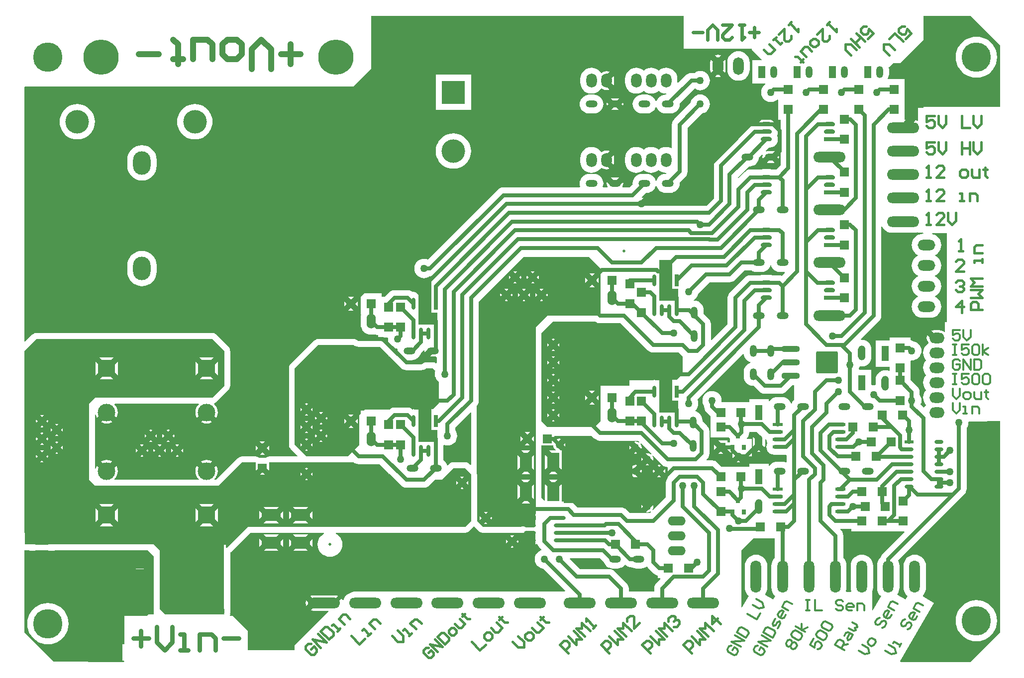
<source format=gtl>
G04 Layer_Physical_Order=1*
G04 Layer_Color=255*
%FSLAX43Y43*%
%MOMM*%
G71*
G01*
G75*
%ADD10R,1.524X1.524*%
%ADD11R,1.524X1.524*%
%ADD12R,3.200X2.000*%
%ADD13R,2.000X3.200*%
%ADD14O,1.800X0.600*%
%ADD15R,1.800X0.600*%
%ADD16O,1.910X0.762*%
%ADD17R,1.910X0.762*%
%ADD18O,1.524X0.610*%
%ADD19R,1.524X0.610*%
G04:AMPARAMS|DCode=20|XSize=4mm|YSize=4mm|CornerRadius=1mm|HoleSize=0mm|Usage=FLASHONLY|Rotation=90.000|XOffset=0mm|YOffset=0mm|HoleType=Round|Shape=RoundedRectangle|*
%AMROUNDEDRECTD20*
21,1,4.000,2.000,0,0,90.0*
21,1,2.000,4.000,0,0,90.0*
1,1,2.000,1.000,1.000*
1,1,2.000,1.000,-1.000*
1,1,2.000,-1.000,-1.000*
1,1,2.000,-1.000,1.000*
%
%ADD20ROUNDEDRECTD20*%
%ADD21R,0.635X2.032*%
%ADD22O,0.635X2.032*%
%ADD23R,2.032X0.635*%
%ADD24O,2.032X0.635*%
%ADD25R,7.874X10.160*%
%ADD26O,2.540X1.524*%
%ADD27O,1.524X2.540*%
%ADD28R,10.160X7.874*%
%ADD29O,3.150X1.100*%
%ADD30O,3.150X1.100*%
G04:AMPARAMS|DCode=31|XSize=3.8mm|YSize=3.8mm|CornerRadius=0.38mm|HoleSize=0mm|Usage=FLASHONLY|Rotation=270.000|XOffset=0mm|YOffset=0mm|HoleType=Round|Shape=RoundedRectangle|*
%AMROUNDEDRECTD31*
21,1,3.800,3.040,0,0,270.0*
21,1,3.040,3.800,0,0,270.0*
1,1,0.760,-1.520,-1.520*
1,1,0.760,-1.520,1.520*
1,1,0.760,1.520,1.520*
1,1,0.760,1.520,-1.520*
%
%ADD31ROUNDEDRECTD31*%
%ADD32R,0.800X0.900*%
%ADD33C,0.635*%
%ADD34C,1.270*%
%ADD35C,0.800*%
%ADD36C,0.400*%
%ADD37C,0.350*%
%ADD38C,0.600*%
%ADD39C,1.000*%
%ADD40R,8.500X11.000*%
%ADD41R,3.588X2.616*%
%ADD42R,3.588X2.616*%
%ADD43R,2.616X3.588*%
%ADD44R,11.728X9.174*%
%ADD45R,11.250X9.174*%
%ADD46R,3.250X2.000*%
%ADD47R,2.250X7.000*%
%ADD48R,2.250X7.750*%
G04:AMPARAMS|DCode=49|XSize=3.359mm|YSize=5.127mm|CornerRadius=0mm|HoleSize=0mm|Usage=FLASHONLY|Rotation=45.000|XOffset=0mm|YOffset=0mm|HoleType=Round|Shape=Rectangle|*
%AMROTATEDRECTD49*
4,1,4,0.625,-3.000,-3.000,0.625,-0.625,3.000,3.000,-0.625,0.625,-3.000,0.0*
%
%ADD49ROTATEDRECTD49*%

%ADD50R,8.000X9.000*%
%ADD51R,8.000X8.000*%
%ADD52R,4.500X4.412*%
%ADD53R,5.000X4.500*%
%ADD54R,3.000X3.000*%
%ADD55R,3.000X3.000*%
%ADD56C,0.508*%
%ADD57O,1.200X2.000*%
%ADD58R,1.200X2.000*%
%ADD59C,5.000*%
%ADD60C,6.000*%
%ADD61O,5.500X1.800*%
%ADD62O,1.800X5.500*%
%ADD63O,2.000X1.200*%
%ADD64O,3.048X1.524*%
%ADD65O,1.800X2.400*%
%ADD66R,4.000X4.000*%
%ADD67C,4.000*%
%ADD68R,3.000X3.000*%
%ADD69C,3.000*%
%ADD70O,1.800X3.000*%
%ADD71O,3.000X1.800*%
%ADD72O,2.600X1.800*%
%ADD73O,1.270X2.540*%
%ADD74R,1.270X2.540*%
%ADD75O,3.000X4.000*%
%ADD76C,1.270*%
G36*
X130154Y122401D02*
X141761D01*
X141808Y122287D01*
Y122287D01*
X143478Y120617D01*
X143429Y120500D01*
X141900D01*
Y116500D01*
X144077D01*
X144107Y116377D01*
X144087Y116366D01*
X143838Y116162D01*
X143634Y115913D01*
X143482Y115629D01*
X143389Y115321D01*
X143357Y115000D01*
X143389Y114679D01*
X143482Y114371D01*
X143634Y114087D01*
X143838Y113838D01*
X144087Y113634D01*
X144371Y113482D01*
X144679Y113389D01*
X145000Y113357D01*
X145321Y113389D01*
X145629Y113482D01*
X145913Y113634D01*
X146111Y113797D01*
X146235Y113739D01*
X146238Y113737D01*
Y110309D01*
X146671D01*
Y102630D01*
X145910Y101869D01*
X145235D01*
X145195Y101885D01*
X144834Y101933D01*
X143686D01*
X143325Y101885D01*
X143285Y101869D01*
X141540D01*
X141196Y101824D01*
X140876Y101691D01*
X140600Y101480D01*
X139513Y100392D01*
X139378Y100437D01*
X139371Y100491D01*
X141272Y102392D01*
X141400D01*
X141714Y102423D01*
X142015Y102515D01*
X142293Y102663D01*
X142537Y102863D01*
X142737Y103107D01*
X142885Y103385D01*
X142977Y103686D01*
X142993Y103854D01*
X143550Y104411D01*
X143658Y104339D01*
X143626Y104261D01*
X143591Y104000D01*
X143626Y103739D01*
X143628Y103735D01*
X144246Y104354D01*
X144954Y103646D01*
X144335Y103028D01*
X144339Y103026D01*
X144600Y102991D01*
X145400D01*
X145661Y103026D01*
X145665Y103028D01*
X145046Y103646D01*
X145400Y104000D01*
X145046Y104354D01*
X145665Y104972D01*
X145661Y104974D01*
X145400Y105009D01*
X144600D01*
X144339Y104974D01*
X144261Y104942D01*
X144189Y105050D01*
X144746Y105607D01*
X144834D01*
X145195Y105655D01*
X145530Y105794D01*
X145819Y106015D01*
X146040Y106304D01*
X146179Y106639D01*
X146227Y107000D01*
X146179Y107361D01*
X146066Y107635D01*
X146179Y107909D01*
X146227Y108270D01*
X146179Y108631D01*
X146040Y108966D01*
X145819Y109255D01*
X145606Y109419D01*
X145622Y109540D01*
X145595Y109744D01*
X145516Y109934D01*
X145391Y110097D01*
X145228Y110222D01*
X145038Y110301D01*
X144834Y110328D01*
X143686D01*
X143482Y110301D01*
X143292Y110222D01*
X143129Y110097D01*
X143004Y109934D01*
X142925Y109744D01*
X142906Y109599D01*
X142270D01*
X141926Y109554D01*
X141606Y109421D01*
X141330Y109210D01*
X135560Y103440D01*
X135349Y103164D01*
X135271Y102977D01*
X135216Y102844D01*
X135171Y102500D01*
Y97050D01*
X133950Y95829D01*
X124118D01*
X124034Y95924D01*
X124044Y96000D01*
X124008Y96270D01*
X123999Y96292D01*
X123536Y95829D01*
X123171D01*
X122646Y96354D01*
X123292Y96999D01*
X123270Y97008D01*
X123091Y97032D01*
X123045Y97166D01*
X123772Y97892D01*
X123900D01*
X124214Y97923D01*
X124515Y98015D01*
X124793Y98163D01*
X125037Y98363D01*
X125237Y98607D01*
X125385Y98885D01*
X125434Y99044D01*
X125566D01*
X125615Y98885D01*
X125763Y98607D01*
X125963Y98363D01*
X126207Y98163D01*
X126485Y98015D01*
X126786Y97923D01*
X127100Y97892D01*
X127900D01*
X128214Y97923D01*
X128515Y98015D01*
X128793Y98163D01*
X129037Y98363D01*
X129237Y98607D01*
X129385Y98885D01*
X129477Y99186D01*
X129508Y99500D01*
X129496Y99617D01*
X130440Y100560D01*
X130651Y100836D01*
X130784Y101156D01*
X130829Y101500D01*
Y108950D01*
X133262Y111383D01*
X133321Y111389D01*
X133629Y111482D01*
X133913Y111634D01*
X134162Y111838D01*
X134366Y112087D01*
X134518Y112371D01*
X134611Y112679D01*
X134643Y113000D01*
X134611Y113321D01*
X134518Y113629D01*
X134366Y113913D01*
X134162Y114162D01*
X133913Y114366D01*
X133629Y114518D01*
X133321Y114611D01*
X133000Y114643D01*
X132679Y114611D01*
X132371Y114518D01*
X132087Y114366D01*
X131838Y114162D01*
X131634Y113913D01*
X131482Y113629D01*
X131389Y113321D01*
X131383Y113262D01*
X128560Y110440D01*
X128349Y110164D01*
X128216Y109844D01*
X128171Y109500D01*
Y105559D01*
X128062Y105494D01*
X127931Y105564D01*
X127572Y105673D01*
X127200Y105709D01*
X126828Y105673D01*
X126469Y105564D01*
X126139Y105387D01*
X125930Y105216D01*
X125721Y105387D01*
X125391Y105564D01*
X125032Y105673D01*
X124660Y105709D01*
X124288Y105673D01*
X123929Y105564D01*
X123599Y105387D01*
X123390Y105216D01*
X123181Y105387D01*
X122851Y105564D01*
X122492Y105673D01*
X122120Y105709D01*
X121748Y105673D01*
X121389Y105564D01*
X121059Y105387D01*
X120770Y105150D01*
X120533Y104861D01*
X120356Y104531D01*
X120247Y104172D01*
X120211Y103800D01*
Y103200D01*
X120247Y102828D01*
X120356Y102469D01*
X120533Y102139D01*
X120770Y101850D01*
X121059Y101613D01*
X121389Y101436D01*
X121748Y101327D01*
X122120Y101291D01*
X122492Y101327D01*
X122851Y101436D01*
X123181Y101613D01*
X123390Y101784D01*
X123599Y101613D01*
X123929Y101436D01*
X124288Y101327D01*
X124660Y101291D01*
X125032Y101327D01*
X125391Y101436D01*
X125721Y101613D01*
X125930Y101784D01*
X126139Y101613D01*
X126469Y101436D01*
X126828Y101327D01*
X127192Y101292D01*
X127210Y101269D01*
X127255Y101169D01*
X127207Y101108D01*
X127100D01*
X126786Y101077D01*
X126485Y100985D01*
X126207Y100837D01*
X125963Y100637D01*
X125763Y100393D01*
X125615Y100115D01*
X125566Y99956D01*
X125434D01*
X125385Y100115D01*
X125237Y100393D01*
X125037Y100637D01*
X124793Y100837D01*
X124515Y100985D01*
X124214Y101077D01*
X123900Y101108D01*
X123100D01*
X122786Y101077D01*
X122485Y100985D01*
X122207Y100837D01*
X121963Y100637D01*
X121763Y100393D01*
X121615Y100115D01*
X121523Y99814D01*
X121492Y99500D01*
X121504Y99383D01*
X120950Y98829D01*
X119789D01*
X119733Y98943D01*
X119773Y98996D01*
X119874Y99239D01*
X119909Y99500D01*
X119874Y99761D01*
X119872Y99765D01*
X119254Y99146D01*
X118546Y99854D01*
X119165Y100472D01*
X119161Y100474D01*
X118900Y100509D01*
X118100D01*
X117839Y100474D01*
X117835Y100472D01*
X118454Y99854D01*
X117746Y99146D01*
X117128Y99765D01*
X117126Y99761D01*
X117091Y99500D01*
X117126Y99239D01*
X117227Y98996D01*
X117267Y98943D01*
X117211Y98829D01*
X116491D01*
X116407Y98956D01*
X116477Y99186D01*
X116508Y99500D01*
X116477Y99814D01*
X116385Y100115D01*
X116237Y100393D01*
X116037Y100637D01*
X115793Y100837D01*
X115515Y100985D01*
X115214Y101077D01*
X114900Y101108D01*
X114100D01*
X113786Y101077D01*
X113485Y100985D01*
X113207Y100837D01*
X112963Y100637D01*
X112763Y100393D01*
X112615Y100115D01*
X112523Y99814D01*
X112492Y99500D01*
X112523Y99186D01*
X112593Y98956D01*
X112509Y98829D01*
X99500D01*
X99156Y98784D01*
X98836Y98651D01*
X98560Y98440D01*
X86635Y86514D01*
X86629Y86518D01*
X86321Y86611D01*
X86000Y86643D01*
X85679Y86611D01*
X85371Y86518D01*
X85087Y86366D01*
X84838Y86162D01*
X84634Y85913D01*
X84482Y85629D01*
X84389Y85321D01*
X84357Y85000D01*
X84389Y84679D01*
X84482Y84371D01*
X84634Y84087D01*
X84838Y83838D01*
X85087Y83634D01*
X85371Y83482D01*
X85679Y83389D01*
X86000Y83357D01*
X86321Y83389D01*
X86629Y83482D01*
X86913Y83634D01*
X86958Y83671D01*
X87000D01*
X87344Y83716D01*
X87477Y83771D01*
X87664Y83849D01*
X87940Y84060D01*
X100050Y96171D01*
X121500D01*
X121844Y96216D01*
X121857Y96222D01*
X121974Y96133D01*
X121956Y96000D01*
X121966Y95924D01*
X121882Y95829D01*
X100500D01*
X100156Y95784D01*
X99836Y95651D01*
X99560Y95440D01*
X87060Y82940D01*
X86849Y82664D01*
X86771Y82477D01*
X86716Y82344D01*
X86671Y82000D01*
Y80414D01*
X86543Y80398D01*
X86368Y80325D01*
X86218Y80210D01*
X86175Y80154D01*
X86015D01*
X85972Y80210D01*
X85822Y80325D01*
X85647Y80398D01*
X85460Y80422D01*
X85310Y80403D01*
X85130Y80638D01*
X84854Y80849D01*
X84534Y80982D01*
X84190Y81027D01*
X84041Y81008D01*
X83854Y81151D01*
X83534Y81284D01*
X83190Y81329D01*
X81000D01*
X80656Y81284D01*
X80336Y81151D01*
X80060Y80940D01*
X79312Y80191D01*
X78762D01*
Y80762D01*
X75238D01*
Y77238D01*
X75256D01*
X75342Y77111D01*
X75263Y76853D01*
X75229Y76508D01*
Y75492D01*
X75263Y75147D01*
X75364Y74814D01*
X75528Y74508D01*
X75748Y74240D01*
X76016Y74020D01*
X76322Y73856D01*
X76655Y73755D01*
X77000Y73721D01*
X77345Y73755D01*
X77470Y73793D01*
X77656Y73716D01*
X78000Y73671D01*
X78238D01*
Y73238D01*
X79786D01*
X79871Y73144D01*
X79857Y73000D01*
X79889Y72679D01*
X79982Y72371D01*
X80134Y72087D01*
X80338Y71838D01*
X80587Y71634D01*
X80871Y71482D01*
X81179Y71389D01*
X81406Y71366D01*
X81422Y71359D01*
X81514Y71242D01*
X81515Y71231D01*
X81492Y71000D01*
X81523Y70686D01*
X81615Y70385D01*
X81763Y70107D01*
X81963Y69863D01*
X82207Y69663D01*
X82485Y69515D01*
X82786Y69423D01*
X83100Y69392D01*
X83900D01*
X84214Y69423D01*
X84515Y69515D01*
X84793Y69663D01*
X85037Y69863D01*
X85237Y70107D01*
X85385Y70385D01*
X85438Y70559D01*
X85984Y71105D01*
X86098Y71048D01*
X86091Y71000D01*
X86126Y70739D01*
X86128Y70735D01*
X86746Y71354D01*
X87454Y70646D01*
X86835Y70028D01*
X86839Y70026D01*
X87100Y69991D01*
X87900D01*
X88044Y70010D01*
X88171Y69899D01*
Y68889D01*
X88057Y68833D01*
X88004Y68873D01*
X87761Y68974D01*
X87500Y69009D01*
X86361D01*
X86295Y69000D01*
X86229D01*
X86165Y68983D01*
X86100Y68974D01*
X86039Y68949D01*
X85975Y68932D01*
X85918Y68899D01*
X85857Y68873D01*
X85804Y68833D01*
X85747Y68800D01*
X85656Y68730D01*
X85591Y68703D01*
X85591Y68703D01*
X85581Y68699D01*
X85434Y68680D01*
X83066D01*
X82919Y68699D01*
X82844Y68730D01*
X82727Y68820D01*
X80877Y70670D01*
X80873Y70679D01*
X80713Y70888D01*
X80504Y71048D01*
X80496Y71051D01*
X79163Y72384D01*
X78954Y72545D01*
X78711Y72645D01*
X78450Y72680D01*
X74986D01*
X74839Y72699D01*
X74764Y72730D01*
X74684Y72792D01*
X74627Y72825D01*
X74575Y72865D01*
X74513Y72890D01*
X74456Y72923D01*
X74392Y72940D01*
X74331Y72966D01*
X74266Y72974D01*
X74202Y72991D01*
X74136D01*
X74070Y73000D01*
X67991D01*
X67730Y72966D01*
X67487Y72865D01*
X67278Y72705D01*
X67278Y72705D01*
X63295Y68722D01*
X63135Y68513D01*
X63034Y68270D01*
X63000Y68009D01*
Y55000D01*
X62999Y54992D01*
X63008Y54927D01*
X63008Y54861D01*
X63025Y54797D01*
X63033Y54731D01*
X63059Y54670D01*
X63076Y54606D01*
X63109Y54549D01*
X63134Y54488D01*
X63174Y54436D01*
X63208Y54378D01*
X63254Y54332D01*
X63294Y54279D01*
X64448Y53126D01*
X64399Y53009D01*
X61066D01*
X61000Y53000D01*
X59662D01*
X59401Y52966D01*
X59158Y52865D01*
X59024Y52762D01*
X57976D01*
X57842Y52865D01*
X57599Y52966D01*
X57338Y53000D01*
X54991D01*
X54730Y52966D01*
X54487Y52865D01*
X54278Y52705D01*
X54278Y52705D01*
X50582Y49009D01*
X50366D01*
X50323Y49128D01*
X50350Y49150D01*
X50587Y49439D01*
X50633Y49524D01*
X50764Y49769D01*
X50873Y50128D01*
X50909Y50500D01*
X50873Y50872D01*
X50764Y51231D01*
X50698Y51354D01*
X50650Y51443D01*
X49354Y50146D01*
X49000Y50500D01*
X48646Y50146D01*
X47350Y51443D01*
X47236Y51231D01*
X47127Y50872D01*
X47091Y50500D01*
X47127Y50128D01*
X47236Y49769D01*
X47413Y49439D01*
X47650Y49150D01*
X47677Y49128D01*
X47634Y49009D01*
X33366D01*
X33323Y49128D01*
X33350Y49150D01*
X33587Y49439D01*
X33764Y49769D01*
X33873Y50128D01*
X33909Y50500D01*
X33873Y50872D01*
X33764Y51231D01*
X33650Y51443D01*
X32354Y50146D01*
X32000Y50500D01*
X31646Y50146D01*
X30350Y51443D01*
X30240Y51238D01*
X30236Y51231D01*
X30136Y50899D01*
X30009Y50918D01*
Y60082D01*
X30136Y60101D01*
X30236Y59769D01*
X30350Y59557D01*
X31646Y60854D01*
X32000Y60500D01*
X32354Y60854D01*
X33650Y59557D01*
X33764Y59769D01*
X33873Y60128D01*
X33909Y60500D01*
X33873Y60872D01*
X33764Y61231D01*
X33587Y61561D01*
X33350Y61850D01*
X33323Y61872D01*
X33366Y61991D01*
X47634D01*
X47677Y61872D01*
X47650Y61850D01*
X47413Y61561D01*
X47236Y61231D01*
X47127Y60872D01*
X47091Y60500D01*
X47127Y60128D01*
X47236Y59769D01*
X47350Y59557D01*
X48646Y60854D01*
X49000Y60500D01*
X49354Y60854D01*
X50650Y59557D01*
X50764Y59769D01*
X50873Y60128D01*
X50909Y60500D01*
X50873Y60872D01*
X50764Y61231D01*
X50587Y61561D01*
X50350Y61850D01*
X50313Y61880D01*
D01*
X50279Y61908D01*
X50311Y62046D01*
X50504Y62126D01*
X50713Y62287D01*
X52713Y64287D01*
X52874Y64496D01*
X52974Y64739D01*
X53009Y65000D01*
Y71000D01*
X53002Y71051D01*
X53000Y71066D01*
X52974Y71261D01*
X52874Y71504D01*
X52713Y71713D01*
X50713Y73713D01*
X50504Y73873D01*
X50261Y73974D01*
X50000Y74009D01*
X20000D01*
X19739Y73974D01*
X19496Y73873D01*
X19287Y73713D01*
X18127Y72553D01*
X18009Y72602D01*
Y115939D01*
X18070Y116000D01*
X74000D01*
X77000Y119000D01*
Y128000D01*
X130154D01*
Y122401D01*
D02*
G37*
G36*
X116562Y35059D02*
X116615Y34885D01*
X116763Y34607D01*
X116963Y34363D01*
X117207Y34163D01*
X117485Y34015D01*
X117786Y33923D01*
X118100Y33892D01*
X118900D01*
X119214Y33923D01*
X119515Y34015D01*
X119793Y34163D01*
X120037Y34363D01*
X120173Y34529D01*
X120407Y34349D01*
X120727Y34216D01*
X121071Y34171D01*
X121197D01*
X121207Y34163D01*
X121485Y34015D01*
X121786Y33923D01*
X122100Y33892D01*
X122900D01*
X123214Y33923D01*
X123515Y34015D01*
X123793Y34163D01*
X123838Y34200D01*
X123964Y34186D01*
X124060Y34060D01*
X125060Y33060D01*
X125336Y32849D01*
X125656Y32716D01*
X125809Y32696D01*
Y32238D01*
X126193D01*
X126241Y32121D01*
X125560Y31440D01*
X125349Y31164D01*
X125216Y30844D01*
X125171Y30500D01*
Y30000D01*
X120829D01*
Y30500D01*
X120784Y30844D01*
X120651Y31164D01*
X120440Y31440D01*
X118440Y33440D01*
X118164Y33651D01*
X117844Y33784D01*
X117500Y33829D01*
X112550D01*
X110826Y35554D01*
X110874Y35671D01*
X115950D01*
X116562Y35059D01*
D02*
G37*
G36*
X40000Y36004D02*
Y26054D01*
X39054D01*
X38799Y25799D01*
X34700D01*
Y18200D01*
X34956D01*
X34976Y18101D01*
X34889Y18001D01*
X23000Y18004D01*
X18000Y23004D01*
Y36991D01*
X18852D01*
X18909Y36877D01*
X18777Y36706D01*
X18636Y36365D01*
X18588Y36000D01*
Y34000D01*
X18636Y33635D01*
X18721Y33428D01*
X20646Y35354D01*
X21000Y35000D01*
X21354Y35354D01*
X23279Y33428D01*
X23364Y33635D01*
X23412Y34000D01*
Y36000D01*
X23364Y36365D01*
X23223Y36706D01*
X23091Y36877D01*
X23148Y36991D01*
X25500D01*
X25598Y37004D01*
X39000D01*
X40000Y36004D01*
D02*
G37*
G36*
X184000Y123000D02*
Y112500D01*
X171000D01*
Y112399D01*
X170100D01*
Y110207D01*
X169973Y110149D01*
X169689Y110267D01*
X169350Y110311D01*
X167762D01*
Y113738D01*
Y117262D01*
X164990D01*
X164925Y117371D01*
X164985Y117485D01*
X165077Y117786D01*
X165108Y118100D01*
Y118900D01*
X165077Y119214D01*
X165056Y119284D01*
X165144Y119336D01*
X165144D01*
X165807Y120000D01*
X167000D01*
X171000Y124000D01*
Y128000D01*
X179000D01*
X184000Y123000D01*
D02*
G37*
G36*
X145671Y35717D02*
X145650Y35700D01*
X145413Y35411D01*
X145236Y35081D01*
X145127Y34722D01*
X145091Y34350D01*
Y30650D01*
X145127Y30278D01*
X145236Y29919D01*
X145413Y29589D01*
X145650Y29300D01*
X145759Y29211D01*
X145421Y28626D01*
X144065Y29409D01*
X144042Y29534D01*
X144087Y29589D01*
X144264Y29919D01*
X144373Y30278D01*
X144409Y30650D01*
Y34350D01*
X144373Y34722D01*
X144264Y35081D01*
X144087Y35411D01*
X143850Y35700D01*
X143561Y35937D01*
X143231Y36114D01*
X142872Y36223D01*
X142500Y36259D01*
X142128Y36223D01*
X141769Y36114D01*
X141439Y35937D01*
X141150Y35700D01*
X140913Y35411D01*
X140736Y35081D01*
X140627Y34722D01*
X140591Y34350D01*
Y30650D01*
X140627Y30278D01*
X140736Y29919D01*
X140913Y29589D01*
X141150Y29300D01*
X141259Y29211D01*
X140123Y27243D01*
X140000Y27276D01*
X140000Y37000D01*
X142000Y39000D01*
X145671D01*
Y35717D01*
D02*
G37*
G36*
X93991Y60446D02*
X93991Y51601D01*
X93874Y51552D01*
X93713Y51713D01*
X93713Y51713D01*
X93504Y51874D01*
X93261Y51974D01*
X93000Y52009D01*
X91000D01*
X91000Y52009D01*
X90739Y51974D01*
X90496Y51874D01*
X90287Y51713D01*
X90043Y51470D01*
X89920Y51501D01*
X89885Y51615D01*
X89737Y51893D01*
X89537Y52137D01*
X89329Y52308D01*
Y53920D01*
Y54865D01*
X89456Y54956D01*
X89679Y54889D01*
X90000Y54857D01*
X90321Y54889D01*
X90629Y54982D01*
X90913Y55134D01*
X91162Y55338D01*
X91366Y55587D01*
X91518Y55871D01*
X91611Y56179D01*
X91643Y56500D01*
X91611Y56821D01*
X91518Y57129D01*
X91366Y57413D01*
X91329Y57458D01*
Y57950D01*
X93874Y60495D01*
X93991Y60446D01*
D02*
G37*
G36*
X145115Y85385D02*
X145263Y85107D01*
X145463Y84863D01*
X145707Y84663D01*
X145985Y84515D01*
X146286Y84423D01*
X146600Y84392D01*
X147333D01*
X147386Y84265D01*
X146903Y83782D01*
X146804Y83824D01*
X146460Y83869D01*
X145235D01*
X145195Y83885D01*
X144834Y83933D01*
X143686D01*
X143325Y83885D01*
X143285Y83869D01*
X141540D01*
X141196Y83824D01*
X140876Y83691D01*
X140600Y83480D01*
X138060Y80940D01*
X137849Y80664D01*
X137771Y80477D01*
X137716Y80344D01*
X137671Y80000D01*
Y75550D01*
X134946Y72826D01*
X134829Y72874D01*
Y75500D01*
X134784Y75844D01*
X134651Y76164D01*
X134440Y76440D01*
X133608Y77272D01*
Y77900D01*
X133577Y78214D01*
X133485Y78515D01*
X133337Y78793D01*
X133137Y79037D01*
X132893Y79237D01*
X132615Y79385D01*
X132314Y79477D01*
X132000Y79508D01*
X131934Y79501D01*
X131896Y79625D01*
X131913Y79634D01*
X132162Y79838D01*
X132366Y80087D01*
X132518Y80371D01*
X132611Y80679D01*
X132617Y80738D01*
X134550Y82671D01*
X138000D01*
X138344Y82716D01*
X138664Y82849D01*
X138940Y83060D01*
X140550Y84671D01*
X141697D01*
X141707Y84663D01*
X141985Y84515D01*
X142286Y84423D01*
X142600Y84392D01*
X143400D01*
X143714Y84423D01*
X144015Y84515D01*
X144293Y84663D01*
X144537Y84863D01*
X144737Y85107D01*
X144885Y85385D01*
X144934Y85544D01*
X145066D01*
X145115Y85385D01*
D02*
G37*
G36*
X115256Y75849D02*
X115576Y75716D01*
X115920Y75671D01*
X119450D01*
X120946Y74174D01*
X120891Y74050D01*
X110687D01*
X114671Y70067D01*
X114317Y69713D01*
X114671Y69359D01*
X110687Y65376D01*
X120210D01*
X120259Y65259D01*
X120000Y65000D01*
X116000D01*
Y64000D01*
Y59000D01*
X115000Y58000D01*
X107000D01*
X106009Y58991D01*
Y74009D01*
X107991Y75991D01*
X115070D01*
X115256Y75849D01*
D02*
G37*
G36*
X74256Y71849D02*
X74576Y71716D01*
X74920Y71671D01*
X78450D01*
X79946Y70174D01*
X79891Y70050D01*
X79833Y70050D01*
X69687D01*
X73671Y66067D01*
X73317Y65713D01*
X73671Y65359D01*
X69687Y61376D01*
X79233D01*
X75249Y65359D01*
X75957Y66067D01*
X79940Y62083D01*
Y69935D01*
X79940Y70001D01*
X80064Y70056D01*
X82060Y68060D01*
X82336Y67849D01*
X82656Y67716D01*
X83000Y67671D01*
X85500D01*
X85844Y67716D01*
X85977Y67771D01*
X86164Y67849D01*
X86361Y68000D01*
X87500D01*
X87956Y67544D01*
X87889Y67321D01*
X87857Y67000D01*
X87889Y66679D01*
X87982Y66371D01*
X88134Y66087D01*
X88338Y65838D01*
X88500Y65706D01*
Y62000D01*
X87516Y61016D01*
X86683D01*
Y61000D01*
X84398D01*
X84190Y61027D01*
X84041Y61008D01*
X83854Y61151D01*
X83534Y61284D01*
X83190Y61329D01*
X81000D01*
X80656Y61284D01*
X80336Y61151D01*
X80139Y61000D01*
X76000D01*
X75762Y60762D01*
X75238D01*
Y60238D01*
X75000Y60000D01*
Y55000D01*
X73009Y53009D01*
X65991D01*
X64008Y54992D01*
X64009Y55000D01*
Y68009D01*
X67991Y71991D01*
X74070D01*
X74256Y71849D01*
D02*
G37*
G36*
X116000Y85000D02*
Y77000D01*
X107000D01*
X105000Y75000D01*
Y52000D01*
Y46000D01*
Y43217D01*
X103291D01*
X103655Y42854D01*
X102948Y42146D01*
X102584Y42510D01*
Y41783D01*
X102661D01*
X102724Y41655D01*
X102675Y41592D01*
X102602Y41417D01*
X102578Y41230D01*
X102596Y41093D01*
X102503Y41009D01*
X102000D01*
X101934Y41000D01*
X96000D01*
X95008Y41992D01*
X95009Y42000D01*
X95009Y50000D01*
X95000Y50066D01*
X95000Y61639D01*
X95151Y61836D01*
X95284Y62156D01*
X95329Y62500D01*
Y75000D01*
Y79329D01*
X103000Y87000D01*
X114000Y87000D01*
X116000Y85000D01*
D02*
G37*
G36*
X140415Y70373D02*
X140423Y70286D01*
X140515Y69985D01*
X140663Y69707D01*
X140863Y69463D01*
X141107Y69263D01*
X141385Y69115D01*
X141544Y69066D01*
Y68934D01*
X141385Y68885D01*
X141107Y68737D01*
X140863Y68537D01*
X140663Y68293D01*
X140515Y68015D01*
X140423Y67714D01*
X140392Y67400D01*
Y66600D01*
X140423Y66286D01*
X140515Y65985D01*
X140663Y65707D01*
X140863Y65463D01*
X141107Y65263D01*
X141385Y65115D01*
X141686Y65023D01*
X142000Y64992D01*
X142117Y65004D01*
X143060Y64060D01*
X143336Y63849D01*
X143656Y63716D01*
X144000Y63671D01*
X146700D01*
X147044Y63716D01*
X147177Y63771D01*
X147364Y63849D01*
X147640Y64060D01*
X148722Y65143D01*
X149009D01*
Y62675D01*
X148963Y62637D01*
X148763Y62393D01*
X148615Y62115D01*
X148566Y61956D01*
X148434D01*
X148385Y62115D01*
X148237Y62393D01*
X148037Y62637D01*
X147793Y62837D01*
X147515Y62985D01*
X147214Y63077D01*
X146900Y63108D01*
X146100D01*
X145786Y63077D01*
X145485Y62985D01*
X145207Y62837D01*
X144963Y62637D01*
X144763Y62393D01*
X144758Y62384D01*
X144635Y62415D01*
Y62770D01*
X141365D01*
Y62262D01*
X136714D01*
X136629Y62356D01*
X136643Y62500D01*
X136611Y62821D01*
X136518Y63129D01*
X136366Y63413D01*
X136162Y63662D01*
X135913Y63866D01*
X135629Y64018D01*
X135321Y64111D01*
X135000Y64143D01*
X134679Y64111D01*
X134371Y64018D01*
X134087Y63866D01*
X133838Y63662D01*
X133634Y63413D01*
X133482Y63129D01*
X133389Y62821D01*
X133357Y62500D01*
X133389Y62179D01*
X133482Y61871D01*
X133634Y61587D01*
X133671Y61542D01*
Y61500D01*
X133716Y61156D01*
X133849Y60836D01*
X134060Y60560D01*
X134738Y59883D01*
Y58738D01*
Y56238D01*
X137833D01*
X138050Y56021D01*
Y55440D01*
X137960Y55350D01*
X137700Y55350D01*
X137662Y55461D01*
Y55733D01*
X136045D01*
X136854Y54925D01*
X138128Y53650D01*
X138551D01*
X138607Y53536D01*
X138596Y53522D01*
X138492Y53270D01*
X138456Y53000D01*
X138492Y52730D01*
X138501Y52708D01*
X139000Y53207D01*
Y53050D01*
X139450D01*
X139500Y53000D01*
X139550Y53050D01*
X140157D01*
X140499Y52708D01*
X140508Y52730D01*
X140544Y53000D01*
X140588Y53050D01*
X141800D01*
Y55950D01*
X140959D01*
X140906Y56077D01*
X140940Y56110D01*
X141151Y56386D01*
X141284Y56706D01*
X141329Y57050D01*
Y57171D01*
X142658D01*
X142675Y57087D01*
X143354Y56409D01*
X142646Y55701D01*
X142001Y56347D01*
X141992Y56325D01*
X141956Y56055D01*
Y54785D01*
X141992Y54515D01*
X142001Y54493D01*
X142646Y55139D01*
X143000Y54785D01*
X143354Y55139D01*
X143999Y54493D01*
X144008Y54515D01*
X144044Y54785D01*
Y55905D01*
X144162Y55966D01*
X144245Y55914D01*
X144239Y55865D01*
X144283Y55526D01*
X144406Y55230D01*
X144283Y54934D01*
X144239Y54595D01*
X144283Y54256D01*
X144414Y53939D01*
X144623Y53668D01*
X144894Y53459D01*
X145211Y53328D01*
X145550Y53284D01*
X146016D01*
X146150Y53266D01*
X147595D01*
X147671Y53199D01*
Y52026D01*
X147562Y51960D01*
X147515Y51985D01*
X147214Y52077D01*
X146900Y52108D01*
X146100D01*
X145786Y52077D01*
X145485Y51985D01*
X145207Y51837D01*
X144963Y51637D01*
X144763Y51393D01*
X144758Y51384D01*
X144635Y51415D01*
Y51770D01*
X141365D01*
Y51262D01*
X136617D01*
X135940Y51940D01*
X135664Y52151D01*
X135477Y52229D01*
X135344Y52284D01*
X135000Y52329D01*
X134124D01*
X134076Y52446D01*
X134190Y52560D01*
X134401Y52836D01*
X134534Y53156D01*
X134579Y53500D01*
Y57250D01*
X134534Y57594D01*
X134401Y57914D01*
X134190Y58190D01*
X133358Y59022D01*
Y59150D01*
X133327Y59464D01*
X133235Y59765D01*
X133087Y60043D01*
X132887Y60287D01*
X132643Y60487D01*
X132365Y60635D01*
X132182Y60691D01*
X132154Y60832D01*
X132162Y60838D01*
X132366Y61087D01*
X132518Y61371D01*
X132611Y61679D01*
X132643Y62000D01*
X132611Y62321D01*
X132518Y62629D01*
X132514Y62635D01*
X140295Y70416D01*
X140415Y70373D01*
D02*
G37*
G36*
X95287Y40287D02*
X95287Y40287D01*
X95496Y40126D01*
X95739Y40026D01*
X96000Y39991D01*
X101934D01*
X101967Y39996D01*
X102000Y39991D01*
X102550D01*
X102578Y39960D01*
X102602Y39773D01*
X102675Y39598D01*
X102790Y39448D01*
X102846Y39405D01*
Y39245D01*
X102790Y39202D01*
X102675Y39052D01*
X102602Y38877D01*
X102578Y38690D01*
X102580Y38675D01*
X102948Y39044D01*
X103655Y38336D01*
X103287Y37968D01*
X103301Y37966D01*
X104699D01*
X104886Y37991D01*
X105060Y38063D01*
X105104Y38096D01*
X105253Y38063D01*
X105258Y38055D01*
X105349Y37836D01*
X105560Y37560D01*
X105962Y37159D01*
X105931Y37036D01*
X105871Y37018D01*
X105587Y36866D01*
X105338Y36662D01*
X105134Y36413D01*
X104982Y36129D01*
X104889Y35821D01*
X104857Y35500D01*
X104889Y35179D01*
X104982Y34871D01*
X105134Y34587D01*
X105338Y34338D01*
X105587Y34134D01*
X105871Y33982D01*
X106179Y33889D01*
X106238Y33883D01*
X110003Y30117D01*
X109955Y30000D01*
X74000D01*
X73883Y29883D01*
X73778Y29873D01*
X73419Y29764D01*
X73089Y29587D01*
X72800Y29350D01*
X72563Y29061D01*
X72386Y28731D01*
X72326Y28532D01*
X72203Y28501D01*
X71948Y28756D01*
X71948D01*
X71948Y28756D01*
X71021Y27829D01*
X70496Y28354D01*
X71345Y29202D01*
X71189Y29267D01*
X70850Y29311D01*
X67150D01*
X66811Y29267D01*
X66655Y29202D01*
X67504Y28354D01*
X67150Y28000D01*
X67504Y27646D01*
X66655Y26798D01*
X66811Y26733D01*
X67150Y26689D01*
X69715D01*
X69764Y26571D01*
X63606Y20414D01*
X63893Y20127D01*
X63840Y20000D01*
X56294D01*
Y25799D01*
X53000D01*
Y25988D01*
X53009Y26054D01*
Y26184D01*
X53000Y26250D01*
Y26250D01*
X53009Y26316D01*
Y26980D01*
X53007Y26990D01*
X53009Y27000D01*
Y36606D01*
X53035Y36621D01*
X53082Y36668D01*
X53135Y36708D01*
X56418Y39991D01*
X68750D01*
X68750Y39991D01*
X69001D01*
X69033Y39864D01*
X68828Y39755D01*
X68508Y39492D01*
X68245Y39172D01*
X68050Y38808D01*
X67930Y38412D01*
X67890Y38000D01*
X67930Y37588D01*
X68050Y37192D01*
X68245Y36828D01*
X68508Y36508D01*
X68828Y36245D01*
X69192Y36050D01*
X69588Y35930D01*
X70000Y35890D01*
X70412Y35930D01*
X70808Y36050D01*
X71172Y36245D01*
X71492Y36508D01*
X71755Y36828D01*
X71950Y37192D01*
X72070Y37588D01*
X72110Y38000D01*
X72070Y38412D01*
X71950Y38808D01*
X71755Y39172D01*
X71492Y39492D01*
X71172Y39755D01*
X70967Y39864D01*
X70999Y39991D01*
X80000D01*
X80000Y39991D01*
X93000D01*
X93261Y40026D01*
X93504Y40126D01*
X93713Y40287D01*
X93713Y40287D01*
X94500Y41074D01*
X95287Y40287D01*
D02*
G37*
G36*
X164063Y91939D02*
X164300Y91650D01*
X164589Y91413D01*
X164919Y91236D01*
X165278Y91127D01*
X165650Y91091D01*
X169350D01*
X169722Y91127D01*
X169973Y91203D01*
X170100Y91109D01*
Y91100D01*
X170910D01*
X170947Y91063D01*
X170961Y91016D01*
X170953Y91001D01*
X170877Y90907D01*
X170528Y90873D01*
X170169Y90764D01*
X169839Y90587D01*
X169550Y90350D01*
X169313Y90061D01*
X169136Y89731D01*
X169027Y89372D01*
X168991Y89000D01*
X169027Y88628D01*
X169136Y88269D01*
X169313Y87939D01*
X169550Y87650D01*
X169839Y87413D01*
X170025Y87313D01*
Y87187D01*
X169839Y87087D01*
X169550Y86850D01*
X169313Y86561D01*
X169136Y86231D01*
X169027Y85872D01*
X168991Y85500D01*
X169027Y85128D01*
X169136Y84769D01*
X169313Y84439D01*
X169550Y84150D01*
X169839Y83913D01*
X170025Y83813D01*
Y83687D01*
X169839Y83587D01*
X169550Y83350D01*
X169313Y83061D01*
X169136Y82731D01*
X169027Y82372D01*
X168991Y82000D01*
X169027Y81628D01*
X169136Y81269D01*
X169313Y80939D01*
X169550Y80650D01*
X169839Y80413D01*
X170025Y80313D01*
Y80187D01*
X169839Y80087D01*
X169550Y79850D01*
X169313Y79561D01*
X169136Y79231D01*
X169027Y78872D01*
X168991Y78500D01*
X169027Y78128D01*
X169136Y77769D01*
X169313Y77439D01*
X169550Y77150D01*
X169839Y76913D01*
X170169Y76736D01*
X170528Y76627D01*
X170900Y76591D01*
X172100D01*
X172472Y76627D01*
X172831Y76736D01*
X173161Y76913D01*
X173450Y77150D01*
X173687Y77439D01*
X173864Y77769D01*
X173973Y78128D01*
X174009Y78500D01*
X173973Y78872D01*
X173864Y79231D01*
X173687Y79561D01*
X173450Y79850D01*
X173161Y80087D01*
X172975Y80187D01*
Y80313D01*
X173161Y80413D01*
X173450Y80650D01*
X173687Y80939D01*
X173864Y81269D01*
X173973Y81628D01*
X174009Y82000D01*
X173973Y82372D01*
X173864Y82731D01*
X173687Y83061D01*
X173450Y83350D01*
X173161Y83587D01*
X172975Y83687D01*
Y83813D01*
X173161Y83913D01*
X173450Y84150D01*
X173687Y84439D01*
X173864Y84769D01*
X173973Y85128D01*
X174009Y85500D01*
X173973Y85872D01*
X173864Y86231D01*
X173687Y86561D01*
X173450Y86850D01*
X173161Y87087D01*
X172975Y87187D01*
Y87313D01*
X173161Y87413D01*
X173450Y87650D01*
X173687Y87939D01*
X173864Y88269D01*
X173973Y88628D01*
X174009Y89000D01*
X173973Y89372D01*
X173864Y89731D01*
X173687Y90061D01*
X173450Y90350D01*
X173161Y90587D01*
X172831Y90764D01*
X172472Y90873D01*
X172467Y90873D01*
X172474Y91000D01*
X175000D01*
Y75899D01*
X174650D01*
Y74231D01*
X174523Y74169D01*
X174306Y74336D01*
X173989Y74467D01*
X173650Y74511D01*
X172850D01*
X172511Y74467D01*
X172355Y74402D01*
X173204Y73554D01*
X172496Y72846D01*
X171648Y73695D01*
X171583Y73539D01*
X171539Y73200D01*
X171583Y72861D01*
X171714Y72544D01*
X171838Y72383D01*
X171811Y72259D01*
X171789Y72247D01*
X171500Y72010D01*
X171263Y71721D01*
X171086Y71391D01*
X170977Y71032D01*
X170941Y70660D01*
X170977Y70288D01*
X171086Y69929D01*
X171263Y69599D01*
X171434Y69390D01*
X171263Y69181D01*
X171086Y68851D01*
X170977Y68492D01*
X170941Y68120D01*
X170977Y67748D01*
X171086Y67389D01*
X171263Y67059D01*
X171434Y66850D01*
X171263Y66641D01*
X171086Y66311D01*
X170977Y65952D01*
X170941Y65580D01*
X170977Y65208D01*
X171086Y64849D01*
X171263Y64519D01*
X171434Y64310D01*
X171263Y64101D01*
X171086Y63771D01*
X170977Y63412D01*
X170941Y63040D01*
X170977Y62668D01*
X171086Y62309D01*
X171263Y61979D01*
X171434Y61770D01*
X171263Y61561D01*
X171158Y61365D01*
X171033Y61347D01*
X170514Y61865D01*
X170518Y61871D01*
X170611Y62179D01*
X170643Y62500D01*
X170611Y62821D01*
X170518Y63129D01*
X170366Y63413D01*
X170329Y63458D01*
Y63929D01*
X170284Y64273D01*
X170151Y64593D01*
X169940Y64869D01*
X168762Y66046D01*
Y66309D01*
Y69286D01*
X168856Y69371D01*
X169000Y69357D01*
X169321Y69389D01*
X169629Y69482D01*
X169913Y69634D01*
X170162Y69838D01*
X170366Y70087D01*
X170518Y70371D01*
X170611Y70679D01*
X170643Y71000D01*
X170611Y71321D01*
X170518Y71629D01*
X170366Y71913D01*
X170162Y72162D01*
X169913Y72366D01*
X169629Y72518D01*
X169321Y72611D01*
X169200Y72623D01*
X169164Y72651D01*
X168977Y72729D01*
X168844Y72784D01*
X168762Y72794D01*
Y73262D01*
X165238D01*
Y72770D01*
X162865D01*
Y68230D01*
X165238D01*
Y67638D01*
X165218Y67626D01*
X165111Y67578D01*
X164821Y67666D01*
X164500Y67698D01*
X164179Y67666D01*
X163871Y67573D01*
X163587Y67421D01*
X163338Y67217D01*
X163134Y66968D01*
X162982Y66684D01*
X162889Y66376D01*
X162857Y66055D01*
Y65225D01*
X162730Y65120D01*
X162500Y65143D01*
X162262Y65119D01*
X162135Y65221D01*
Y67770D01*
X160044D01*
X159979Y67879D01*
X160018Y67951D01*
X160101Y68225D01*
X160179Y68334D01*
X160500Y68302D01*
X160821Y68334D01*
X161129Y68427D01*
X161413Y68579D01*
X161662Y68783D01*
X161866Y69032D01*
X162018Y69316D01*
X162111Y69624D01*
X162143Y69945D01*
Y71215D01*
X162111Y71536D01*
X162018Y71844D01*
X161866Y72128D01*
X161662Y72377D01*
X161413Y72581D01*
X161129Y72733D01*
X160821Y72826D01*
X160500Y72858D01*
X160396Y72848D01*
X160342Y72962D01*
X163440Y76060D01*
X163651Y76336D01*
X163784Y76656D01*
X163829Y77000D01*
Y92107D01*
X163956Y92139D01*
X164063Y91939D01*
D02*
G37*
G36*
X114980Y56060D02*
X115256Y55849D01*
X115576Y55716D01*
X115920Y55671D01*
X122450D01*
X122671Y55450D01*
X122587Y55354D01*
X122522Y55404D01*
X122270Y55508D01*
X122000Y55544D01*
X121730Y55508D01*
X121708Y55499D01*
X122354Y54854D01*
X122999Y54208D01*
X123008Y54230D01*
X123044Y54500D01*
X123008Y54770D01*
X122904Y55022D01*
X122854Y55087D01*
X122950Y55171D01*
X124671Y53450D01*
X124587Y53354D01*
X124522Y53404D01*
X124270Y53508D01*
X124000Y53544D01*
X123730Y53508D01*
X123708Y53499D01*
X124354Y52854D01*
X124999Y52208D01*
X125008Y52230D01*
X125044Y52500D01*
X125008Y52770D01*
X124904Y53022D01*
X124854Y53087D01*
X124950Y53171D01*
X126560Y51560D01*
X126836Y51349D01*
X127156Y51216D01*
X127500Y51171D01*
Y49361D01*
X127349Y49164D01*
X127216Y48844D01*
X127171Y48500D01*
X127171Y46050D01*
X124950Y43829D01*
X124854Y43913D01*
X124904Y43978D01*
X125008Y44230D01*
X125044Y44500D01*
X125008Y44770D01*
X124999Y44792D01*
X124354Y44146D01*
X123708Y43501D01*
X123730Y43492D01*
X124000Y43456D01*
X124270Y43492D01*
X124522Y43596D01*
X124587Y43646D01*
X124671Y43550D01*
X124450Y43329D01*
X121050D01*
X120440Y43940D01*
X120164Y44151D01*
X119977Y44229D01*
X119844Y44284D01*
X119500Y44329D01*
X112050D01*
X111440Y44940D01*
X111164Y45151D01*
X110927Y45249D01*
X110953Y45376D01*
X120233D01*
X116249Y49359D01*
X116957Y50067D01*
X120940Y46083D01*
Y50023D01*
X121067Y50048D01*
X121096Y49978D01*
X121262Y49762D01*
X121478Y49596D01*
X121730Y49492D01*
X122000Y49456D01*
X122270Y49492D01*
X122292Y49501D01*
X121646Y50146D01*
X122000Y50500D01*
X121646Y50854D01*
X122292Y51499D01*
X122270Y51508D01*
X122000Y51544D01*
X121730Y51508D01*
X121478Y51404D01*
X121262Y51238D01*
X121096Y51022D01*
X121067Y50952D01*
X120940Y50977D01*
Y54023D01*
X121067Y54048D01*
X121029Y54140D01*
X120929Y54050D01*
X110687D01*
X114671Y50067D01*
X113963Y49359D01*
X109980Y53343D01*
Y45456D01*
X109873Y45329D01*
X109400D01*
Y48293D01*
X108354Y47246D01*
X108000Y47600D01*
X107646Y47246D01*
X106600Y48293D01*
Y45566D01*
X106483Y45517D01*
X106009Y45991D01*
Y52000D01*
Y54838D01*
X107977D01*
X107992Y54730D01*
X108096Y54478D01*
X108262Y54262D01*
X108438Y54127D01*
X108394Y54000D01*
X107307D01*
X108354Y52954D01*
X107646Y52246D01*
X106600Y53293D01*
Y50707D01*
X107646Y51754D01*
X108000Y51400D01*
X108354Y51754D01*
X109400Y50707D01*
Y54000D01*
X109400Y54000D01*
X109400D01*
X109490Y54082D01*
X109292Y54001D01*
X108646Y54646D01*
X109000Y55000D01*
X108646Y55354D01*
X109292Y55999D01*
X109270Y56008D01*
X109000Y56044D01*
X108730Y56008D01*
X108478Y55904D01*
X108289Y55759D01*
X108162Y55800D01*
Y56500D01*
X114541D01*
X114980Y56060D01*
D02*
G37*
G36*
X124060Y71060D02*
X124336Y70849D01*
X124656Y70716D01*
X125000Y70671D01*
X129329D01*
X130000Y70000D01*
Y67000D01*
X129016Y66016D01*
X127683D01*
Y66000D01*
X125398D01*
X125190Y66027D01*
X124982Y66000D01*
X121000D01*
X120940Y66025D01*
Y74001D01*
X121064Y74056D01*
X124060Y71060D01*
D02*
G37*
G36*
X184000Y23000D02*
X179000Y18000D01*
X167108D01*
X167045Y18110D01*
X172793Y28065D01*
X170868Y29176D01*
X170868Y29323D01*
X171087Y29589D01*
X171264Y29919D01*
X171372Y30278D01*
X171409Y30650D01*
Y34350D01*
X171372Y34722D01*
X171264Y35081D01*
X171087Y35411D01*
X170850Y35700D01*
X170561Y35937D01*
X170231Y36114D01*
X169872Y36223D01*
X169500Y36259D01*
X169128Y36223D01*
X168769Y36114D01*
X168439Y35937D01*
X168150Y35700D01*
X167913Y35411D01*
X167736Y35081D01*
X167627Y34722D01*
X167591Y34350D01*
Y30650D01*
X167627Y30278D01*
X167736Y29919D01*
X167913Y29589D01*
X168150Y29300D01*
X168259Y29211D01*
X167921Y28626D01*
X166565Y29409D01*
X166542Y29534D01*
X166587Y29589D01*
X166764Y29919D01*
X166873Y30278D01*
X166909Y30650D01*
Y34350D01*
X166873Y34722D01*
X166764Y35081D01*
X166658Y35279D01*
X176940Y45560D01*
X177940Y46560D01*
X178151Y46836D01*
X178229Y47023D01*
X178284Y47156D01*
X178329Y47500D01*
Y57792D01*
X178366Y57837D01*
X178518Y58121D01*
X178611Y58429D01*
X178643Y58750D01*
X178637Y58806D01*
X178722Y58900D01*
X181849D01*
Y59000D01*
X184000D01*
Y23000D01*
D02*
G37*
G36*
X52000Y71000D02*
Y65000D01*
X50000Y63000D01*
X49123D01*
X49000Y63012D01*
X48877Y63000D01*
X32123D01*
X32000Y63012D01*
X31877Y63000D01*
X30000D01*
X29000Y62000D01*
Y49000D01*
X30000Y48000D01*
X31877D01*
X32000Y47988D01*
X32123Y48000D01*
X48877D01*
X49000Y47988D01*
X49123Y48000D01*
X51000D01*
X54991Y51991D01*
X57338D01*
Y50545D01*
X58146Y51354D01*
X58500Y51000D01*
X58854Y51354D01*
X59662Y50545D01*
Y51991D01*
X61000D01*
X61000Y51991D01*
X61066Y52000D01*
X74059D01*
X74256Y51849D01*
X74576Y51716D01*
X74920Y51671D01*
X78450D01*
X79946Y50174D01*
X79891Y50050D01*
X79833Y50050D01*
X69687D01*
X73671Y46067D01*
X73317Y45713D01*
X73671Y45359D01*
X69687Y41376D01*
X79233D01*
X75249Y45359D01*
X75957Y46067D01*
X79940Y42083D01*
Y49935D01*
X79940Y50001D01*
X80064Y50056D01*
X82060Y48060D01*
X82336Y47849D01*
X82656Y47716D01*
X83000Y47671D01*
X86000D01*
X86344Y47716D01*
X86664Y47849D01*
X86940Y48060D01*
X87879Y49000D01*
X89000D01*
X91000Y51000D01*
X93000D01*
X94000Y50000D01*
X94000Y42000D01*
X93000Y41000D01*
X56000D01*
X52421Y37421D01*
X52304Y37470D01*
Y37940D01*
X44337D01*
X48321Y33957D01*
X47613Y33249D01*
X43630Y37233D01*
Y27687D01*
X47613Y31671D01*
X48321Y30963D01*
X44337Y26980D01*
X52000D01*
Y26316D01*
X51991Y26250D01*
X52000Y26184D01*
Y26054D01*
X41946D01*
X41009Y26991D01*
Y36004D01*
X41000Y36070D01*
Y37000D01*
X40000Y38000D01*
X39098D01*
X39000Y38013D01*
X25598D01*
X25533Y38004D01*
X25467D01*
X25434Y38000D01*
X23566D01*
X23500Y38009D01*
X23148D01*
X23091Y38123D01*
X23223Y38294D01*
X23364Y38635D01*
X23412Y39000D01*
Y41000D01*
X23364Y41365D01*
X23279Y41572D01*
X21354Y39646D01*
X21000Y40000D01*
X20646Y39646D01*
X18721Y41572D01*
X18636Y41365D01*
X18588Y41000D01*
Y39578D01*
X18471Y39529D01*
X18000Y40000D01*
Y71000D01*
X20000Y73000D01*
X50000D01*
X52000Y71000D01*
D02*
G37*
G36*
X158738Y40238D02*
X165691D01*
Y40238D01*
X165738Y40238D01*
Y40238D01*
X167693D01*
X167741Y40121D01*
X164060Y36440D01*
X163849Y36164D01*
X163716Y35844D01*
X163703Y35744D01*
X163650Y35700D01*
X163413Y35411D01*
X163236Y35081D01*
X163127Y34722D01*
X163091Y34350D01*
Y30650D01*
X163127Y30278D01*
X163236Y29919D01*
X163413Y29589D01*
X163650Y29300D01*
X163759Y29211D01*
X162369Y26805D01*
X162247Y26838D01*
Y29887D01*
X162264Y29919D01*
X162372Y30278D01*
X162409Y30650D01*
Y34350D01*
X162372Y34722D01*
X162264Y35081D01*
X162087Y35411D01*
X161850Y35700D01*
X161561Y35937D01*
X161231Y36114D01*
X160872Y36223D01*
X160500Y36259D01*
X160128Y36223D01*
X159769Y36114D01*
X159439Y35937D01*
X159150Y35700D01*
X158913Y35411D01*
X158736Y35081D01*
X158627Y34722D01*
X158591Y34350D01*
Y30650D01*
X158627Y30278D01*
X158704Y30026D01*
X158609Y29899D01*
X157891D01*
X157796Y30026D01*
X157873Y30278D01*
X157909Y30650D01*
Y34350D01*
X157873Y34722D01*
X157764Y35081D01*
X157587Y35411D01*
X157350Y35700D01*
X157329Y35717D01*
Y39500D01*
X157284Y39844D01*
X157151Y40164D01*
X156940Y40440D01*
X156826Y40554D01*
X156874Y40671D01*
X158738D01*
Y40238D01*
D02*
G37*
%LPC*%
G36*
X44000Y53293D02*
X43708Y53001D01*
X43730Y52992D01*
X44000Y52956D01*
X44270Y52992D01*
X44292Y53001D01*
X44206Y53087D01*
X44000Y53293D01*
D02*
G37*
G36*
X58500Y53722D02*
X58045Y53267D01*
X58955D01*
X58500Y53722D01*
D02*
G37*
G36*
X41000Y53293D02*
X40708Y53001D01*
X40730Y52992D01*
X41000Y52956D01*
X41270Y52992D01*
X41292Y53001D01*
X41000Y53293D01*
D02*
G37*
G36*
X38000D02*
X37708Y53001D01*
X37730Y52992D01*
X38000Y52956D01*
X38270Y52992D01*
X38292Y53001D01*
X38000Y53293D01*
D02*
G37*
G36*
X37001Y54292D02*
X36992Y54270D01*
X36956Y54000D01*
X36992Y53730D01*
X37001Y53708D01*
X37293Y54000D01*
X37001Y54292D01*
D02*
G37*
G36*
X49000Y52409D02*
X48628Y52373D01*
X48269Y52264D01*
X48057Y52150D01*
X49000Y51207D01*
X49943Y52150D01*
X49731Y52264D01*
X49372Y52373D01*
X49000Y52409D01*
D02*
G37*
G36*
X32000D02*
X31628Y52373D01*
X31269Y52264D01*
X31057Y52150D01*
X32000Y51207D01*
X32943Y52150D01*
X32731Y52264D01*
X32372Y52373D01*
X32000Y52409D01*
D02*
G37*
G36*
X40001Y54292D02*
X39992Y54270D01*
X39956Y54000D01*
X39992Y53730D01*
X40001Y53708D01*
X40293Y54000D01*
X40001Y54292D01*
D02*
G37*
G36*
X58955Y55591D02*
X58045D01*
X58500Y55136D01*
X58955Y55591D01*
D02*
G37*
G36*
X39500Y55793D02*
X39208Y55501D01*
X39230Y55492D01*
X39500Y55456D01*
X39770Y55492D01*
X39792Y55501D01*
X39500Y55793D01*
D02*
G37*
G36*
X42500D02*
X42208Y55501D01*
X42230Y55492D01*
X42500Y55456D01*
X42770Y55492D01*
X42792Y55501D01*
X42500Y55793D01*
D02*
G37*
G36*
X44000Y55044D02*
X43730Y55008D01*
X43708Y54999D01*
X44000Y54707D01*
X44292Y54999D01*
X44270Y55008D01*
X44000Y55044D01*
D02*
G37*
G36*
X59662Y54884D02*
X59207Y54429D01*
X59662Y53974D01*
Y54884D01*
D02*
G37*
G36*
X44999Y54292D02*
X44707Y54000D01*
X44999Y53708D01*
X45008Y53730D01*
X45044Y54000D01*
X45008Y54270D01*
X44999Y54292D01*
D02*
G37*
G36*
X43001D02*
X42992Y54270D01*
X42956Y54000D01*
X42992Y53730D01*
X43001Y53708D01*
X43293Y54000D01*
X43001Y54292D01*
D02*
G37*
G36*
X38999D02*
X38707Y54000D01*
X38999Y53708D01*
X39008Y53730D01*
X39044Y54000D01*
X39008Y54270D01*
X38999Y54292D01*
D02*
G37*
G36*
X41999D02*
X41707Y54000D01*
X41999Y53708D01*
X42008Y53730D01*
X42044Y54000D01*
X42008Y54270D01*
X41999Y54292D01*
D02*
G37*
G36*
X57338Y54884D02*
Y53974D01*
X57793Y54429D01*
X57338Y54884D01*
D02*
G37*
G36*
X38000Y55044D02*
X37730Y55008D01*
X37708Y54999D01*
X38000Y54707D01*
X38292Y54999D01*
X38270Y55008D01*
X38000Y55044D01*
D02*
G37*
G36*
X41000D02*
X40730Y55008D01*
X40708Y54999D01*
X41000Y54707D01*
X41292Y54999D01*
X41270Y55008D01*
X41000Y55044D01*
D02*
G37*
G36*
X74026Y80162D02*
X73116D01*
X73571Y79707D01*
X74026Y80162D01*
D02*
G37*
G36*
X72409Y79455D02*
Y78545D01*
X72864Y79000D01*
X72409Y79455D01*
D02*
G37*
G36*
X73571Y78293D02*
X73116Y77838D01*
X74026D01*
X73571Y78293D01*
D02*
G37*
G36*
X71920Y77680D02*
X71617Y77640D01*
X71531Y77604D01*
X71920Y77215D01*
X72309Y77604D01*
X72223Y77640D01*
X71920Y77680D01*
D02*
G37*
G36*
X74733Y79455D02*
X74278Y79000D01*
X74733Y78545D01*
Y79455D01*
D02*
G37*
G36*
X73016Y76897D02*
X72274Y76154D01*
X71920Y76508D01*
X71566Y76154D01*
X70824Y76897D01*
X70788Y76811D01*
X70748Y76508D01*
Y75492D01*
X70788Y75189D01*
X70824Y75103D01*
X71566Y75846D01*
X71920Y75492D01*
X72274Y75846D01*
X73016Y75103D01*
X73052Y75189D01*
X73092Y75492D01*
Y76508D01*
X73052Y76811D01*
X73016Y76897D01*
D02*
G37*
G36*
X71920Y74785D02*
X71531Y74396D01*
X71617Y74360D01*
X71920Y74320D01*
X72223Y74360D01*
X72309Y74396D01*
X71920Y74785D01*
D02*
G37*
G36*
X94000Y118000D02*
X88000D01*
Y112000D01*
X94000D01*
Y118000D01*
D02*
G37*
G36*
X118900Y114009D02*
X118100D01*
X117839Y113974D01*
X117835Y113972D01*
X118454Y113354D01*
X118100Y113000D01*
X118454Y112646D01*
X117835Y112028D01*
X117839Y112026D01*
X118100Y111991D01*
X118900D01*
X119161Y112026D01*
X119165Y112028D01*
X118546Y112646D01*
X118900Y113000D01*
X118546Y113354D01*
X119165Y113972D01*
X119161Y113974D01*
X118900Y114009D01*
D02*
G37*
G36*
X117128Y113265D02*
X117126Y113261D01*
X117091Y113000D01*
X117126Y112739D01*
X117128Y112735D01*
X117393Y113000D01*
X117128Y113265D01*
D02*
G37*
G36*
X119872Y113265D02*
X119607Y113000D01*
X119872Y112735D01*
X119874Y112739D01*
X119909Y113000D01*
X119874Y113261D01*
X119872Y113265D01*
D02*
G37*
G36*
X27000Y113009D02*
X26529Y112972D01*
X26070Y112862D01*
X25634Y112681D01*
X25231Y112435D01*
X24872Y112128D01*
X24565Y111769D01*
X24319Y111366D01*
X24138Y110930D01*
X24028Y110471D01*
X23991Y110000D01*
X24028Y109529D01*
X24138Y109070D01*
X24319Y108634D01*
X24565Y108231D01*
X24872Y107872D01*
X25231Y107565D01*
X25634Y107319D01*
X26070Y107138D01*
X26529Y107028D01*
X27000Y106991D01*
X27471Y107028D01*
X27930Y107138D01*
X28366Y107319D01*
X28769Y107565D01*
X29128Y107872D01*
X29435Y108231D01*
X29681Y108634D01*
X29862Y109070D01*
X29972Y109529D01*
X30009Y110000D01*
X29972Y110471D01*
X29862Y110930D01*
X29681Y111366D01*
X29435Y111769D01*
X29128Y112128D01*
X28769Y112435D01*
X28366Y112681D01*
X27930Y112862D01*
X27471Y112972D01*
X27000Y113009D01*
D02*
G37*
G36*
X146372Y104265D02*
X146107Y104000D01*
X146372Y103735D01*
X146374Y103739D01*
X146409Y104000D01*
X146374Y104261D01*
X146372Y104265D01*
D02*
G37*
G36*
X114900Y114608D02*
X114100D01*
X113786Y114577D01*
X113485Y114485D01*
X113207Y114337D01*
X112963Y114137D01*
X112763Y113893D01*
X112615Y113615D01*
X112523Y113314D01*
X112492Y113000D01*
X112523Y112686D01*
X112615Y112385D01*
X112763Y112107D01*
X112963Y111863D01*
X113207Y111663D01*
X113485Y111515D01*
X113786Y111423D01*
X114100Y111392D01*
X114900D01*
X115214Y111423D01*
X115515Y111515D01*
X115793Y111663D01*
X116037Y111863D01*
X116237Y112107D01*
X116385Y112385D01*
X116477Y112686D01*
X116508Y113000D01*
X116477Y113314D01*
X116385Y113615D01*
X116237Y113893D01*
X116037Y114137D01*
X115793Y114337D01*
X115515Y114485D01*
X115214Y114577D01*
X114900Y114608D01*
D02*
G37*
G36*
X47000Y113009D02*
X46529Y112972D01*
X46070Y112862D01*
X45634Y112681D01*
X45231Y112435D01*
X44872Y112128D01*
X44565Y111769D01*
X44319Y111366D01*
X44138Y110930D01*
X44028Y110471D01*
X43991Y110000D01*
X44028Y109529D01*
X44138Y109070D01*
X44319Y108634D01*
X44565Y108231D01*
X44872Y107872D01*
X45231Y107565D01*
X45634Y107319D01*
X46070Y107138D01*
X46529Y107028D01*
X47000Y106991D01*
X47471Y107028D01*
X47930Y107138D01*
X48366Y107319D01*
X48769Y107565D01*
X49128Y107872D01*
X49435Y108231D01*
X49681Y108634D01*
X49862Y109070D01*
X49972Y109529D01*
X50009Y110000D01*
X49972Y110471D01*
X49862Y110930D01*
X49681Y111366D01*
X49435Y111769D01*
X49128Y112128D01*
X48769Y112435D01*
X48366Y112681D01*
X47930Y112862D01*
X47471Y112972D01*
X47000Y113009D01*
D02*
G37*
G36*
X134798Y120595D02*
X134733Y120439D01*
X134689Y120100D01*
Y118900D01*
X134733Y118561D01*
X134798Y118405D01*
X135646Y119254D01*
X136000Y118900D01*
X136354Y119254D01*
X137202Y118405D01*
X137267Y118561D01*
X137311Y118900D01*
Y120100D01*
X137267Y120439D01*
X137202Y120595D01*
X136354Y119746D01*
X136000Y120100D01*
X135646Y119746D01*
X134798Y120595D01*
D02*
G37*
G36*
X136000Y118193D02*
X135505Y117698D01*
X135661Y117633D01*
X136000Y117589D01*
X136339Y117633D01*
X136495Y117698D01*
X136000Y118193D01*
D02*
G37*
G36*
Y121411D02*
X135661Y121367D01*
X135505Y121302D01*
X136000Y120807D01*
X136495Y121302D01*
X136339Y121367D01*
X136000Y121411D01*
D02*
G37*
G36*
X127200Y119209D02*
X126828Y119173D01*
X126469Y119064D01*
X126139Y118887D01*
X125930Y118716D01*
X125721Y118887D01*
X125391Y119064D01*
X125032Y119173D01*
X124660Y119209D01*
X124288Y119173D01*
X123929Y119064D01*
X123599Y118887D01*
X123390Y118716D01*
X123181Y118887D01*
X122851Y119064D01*
X122492Y119173D01*
X122120Y119209D01*
X121748Y119173D01*
X121389Y119064D01*
X121059Y118887D01*
X120770Y118650D01*
X120533Y118361D01*
X120356Y118031D01*
X120247Y117672D01*
X120211Y117300D01*
Y116700D01*
X120247Y116328D01*
X120356Y115969D01*
X120533Y115639D01*
X120770Y115350D01*
X121059Y115113D01*
X121389Y114936D01*
X121748Y114827D01*
X122120Y114791D01*
X122492Y114827D01*
X122851Y114936D01*
X123181Y115113D01*
X123390Y115284D01*
X123599Y115113D01*
X123929Y114936D01*
X124288Y114827D01*
X124660Y114791D01*
X125032Y114827D01*
X125391Y114936D01*
X125721Y115113D01*
X125930Y115284D01*
X126139Y115113D01*
X126469Y114936D01*
X126828Y114827D01*
X127192Y114792D01*
X127210Y114769D01*
X127255Y114669D01*
X127207Y114608D01*
X127100D01*
X126786Y114577D01*
X126485Y114485D01*
X126207Y114337D01*
X125963Y114137D01*
X125763Y113893D01*
X125615Y113615D01*
X125566Y113456D01*
X125434D01*
X125385Y113615D01*
X125237Y113893D01*
X125037Y114137D01*
X124793Y114337D01*
X124515Y114485D01*
X124214Y114577D01*
X123900Y114608D01*
X123100D01*
X122786Y114577D01*
X122485Y114485D01*
X122207Y114337D01*
X121963Y114137D01*
X121763Y113893D01*
X121615Y113615D01*
X121523Y113314D01*
X121492Y113000D01*
X121523Y112686D01*
X121615Y112385D01*
X121763Y112107D01*
X121963Y111863D01*
X122207Y111663D01*
X122485Y111515D01*
X122786Y111423D01*
X123100Y111392D01*
X123900D01*
X124214Y111423D01*
X124515Y111515D01*
X124793Y111663D01*
X125037Y111863D01*
X125237Y112107D01*
X125385Y112385D01*
X125434Y112544D01*
X125566D01*
X125615Y112385D01*
X125763Y112107D01*
X125963Y111863D01*
X126207Y111663D01*
X126485Y111515D01*
X126786Y111423D01*
X127100Y111392D01*
X127900D01*
X128214Y111423D01*
X128515Y111515D01*
X128793Y111663D01*
X129037Y111863D01*
X129237Y112107D01*
X129385Y112385D01*
X129477Y112686D01*
X129508Y113000D01*
X129496Y113117D01*
X132047Y115667D01*
X132087Y115634D01*
X132371Y115482D01*
X132679Y115389D01*
X133000Y115357D01*
X133321Y115389D01*
X133629Y115482D01*
X133913Y115634D01*
X134162Y115838D01*
X134366Y116087D01*
X134518Y116371D01*
X134611Y116679D01*
X134643Y117000D01*
X134611Y117321D01*
X134518Y117629D01*
X134366Y117913D01*
X134162Y118162D01*
X133913Y118366D01*
X133629Y118518D01*
X133321Y118611D01*
X133000Y118643D01*
X132679Y118611D01*
X132371Y118518D01*
X132087Y118366D01*
X132042Y118329D01*
X131500D01*
X131156Y118284D01*
X130836Y118151D01*
X130560Y117940D01*
X129219Y116599D01*
X129105Y116653D01*
X129109Y116700D01*
Y117300D01*
X129073Y117672D01*
X128964Y118031D01*
X128787Y118361D01*
X128550Y118650D01*
X128261Y118887D01*
X127931Y119064D01*
X127572Y119173D01*
X127200Y119209D01*
D02*
G37*
G36*
X118242Y117795D02*
X117447Y117000D01*
X118242Y116205D01*
X118307Y116361D01*
X118351Y116700D01*
Y117300D01*
X118307Y117639D01*
X118242Y117795D01*
D02*
G37*
G36*
X114500Y119209D02*
X114128Y119173D01*
X113769Y119064D01*
X113439Y118887D01*
X113150Y118650D01*
X112913Y118361D01*
X112736Y118031D01*
X112628Y117672D01*
X112591Y117300D01*
Y116700D01*
X112628Y116328D01*
X112736Y115969D01*
X112913Y115639D01*
X113150Y115350D01*
X113439Y115113D01*
X113769Y114936D01*
X114128Y114827D01*
X114500Y114791D01*
X114872Y114827D01*
X115231Y114936D01*
X115561Y115113D01*
X115850Y115350D01*
X116087Y115639D01*
X116099Y115661D01*
X116223Y115688D01*
X116384Y115564D01*
X116701Y115433D01*
X117040Y115389D01*
X117379Y115433D01*
X117535Y115498D01*
X116686Y116346D01*
X117340Y117000D01*
X116686Y117654D01*
X117535Y118502D01*
X117379Y118567D01*
X117040Y118611D01*
X116701Y118567D01*
X116384Y118436D01*
X116223Y118312D01*
X116099Y118339D01*
X116087Y118361D01*
X115850Y118650D01*
X115561Y118887D01*
X115231Y119064D01*
X114872Y119173D01*
X114500Y119209D01*
D02*
G37*
G36*
X139500Y122009D02*
X139128Y121973D01*
X138769Y121864D01*
X138439Y121687D01*
X138150Y121450D01*
X137913Y121161D01*
X137736Y120831D01*
X137627Y120472D01*
X137591Y120100D01*
Y118900D01*
X137627Y118528D01*
X137736Y118169D01*
X137913Y117839D01*
X138150Y117550D01*
X138439Y117313D01*
X138769Y117136D01*
X139128Y117027D01*
X139500Y116991D01*
X139872Y117027D01*
X140231Y117136D01*
X140561Y117313D01*
X140850Y117550D01*
X141087Y117839D01*
X141264Y118169D01*
X141373Y118528D01*
X141409Y118900D01*
Y120100D01*
X141373Y120472D01*
X141264Y120831D01*
X141087Y121161D01*
X140850Y121450D01*
X140561Y121687D01*
X140231Y121864D01*
X139872Y121973D01*
X139500Y122009D01*
D02*
G37*
G36*
X38000Y88012D02*
X37510Y87964D01*
X37039Y87821D01*
X36604Y87589D01*
X36224Y87276D01*
X35911Y86896D01*
X35679Y86461D01*
X35536Y85990D01*
X35488Y85500D01*
Y84500D01*
X35536Y84010D01*
X35679Y83539D01*
X35911Y83104D01*
X36224Y82724D01*
X36604Y82411D01*
X37039Y82179D01*
X37510Y82036D01*
X38000Y81988D01*
X38490Y82036D01*
X38961Y82179D01*
X39396Y82411D01*
X39776Y82724D01*
X40089Y83104D01*
X40321Y83539D01*
X40464Y84010D01*
X40512Y84500D01*
Y85500D01*
X40464Y85990D01*
X40321Y86461D01*
X40089Y86896D01*
X39776Y87276D01*
X39396Y87589D01*
X38961Y87821D01*
X38490Y87964D01*
X38000Y88012D01*
D02*
G37*
G36*
X114500Y105709D02*
X114128Y105673D01*
X113769Y105564D01*
X113439Y105387D01*
X113150Y105150D01*
X112913Y104861D01*
X112736Y104531D01*
X112628Y104172D01*
X112591Y103800D01*
Y103200D01*
X112628Y102828D01*
X112736Y102469D01*
X112913Y102139D01*
X113150Y101850D01*
X113439Y101613D01*
X113769Y101436D01*
X114128Y101327D01*
X114500Y101291D01*
X114872Y101327D01*
X115231Y101436D01*
X115561Y101613D01*
X115850Y101850D01*
X116087Y102139D01*
X116099Y102161D01*
X116223Y102188D01*
X116384Y102064D01*
X116701Y101933D01*
X117040Y101889D01*
X117379Y101933D01*
X117535Y101998D01*
X116686Y102846D01*
X117340Y103500D01*
X116686Y104154D01*
X117535Y105002D01*
X117379Y105067D01*
X117040Y105111D01*
X116701Y105067D01*
X116384Y104936D01*
X116223Y104812D01*
X116099Y104839D01*
X116087Y104861D01*
X115850Y105150D01*
X115561Y105387D01*
X115231Y105564D01*
X114872Y105673D01*
X114500Y105709D01*
D02*
G37*
G36*
X38000Y106012D02*
X37510Y105964D01*
X37039Y105821D01*
X36604Y105589D01*
X36224Y105276D01*
X35911Y104896D01*
X35679Y104461D01*
X35536Y103990D01*
X35488Y103500D01*
Y102500D01*
X35536Y102010D01*
X35679Y101539D01*
X35911Y101104D01*
X36224Y100724D01*
X36604Y100411D01*
X37039Y100179D01*
X37510Y100036D01*
X38000Y99988D01*
X38490Y100036D01*
X38961Y100179D01*
X39396Y100411D01*
X39776Y100724D01*
X40089Y101104D01*
X40321Y101539D01*
X40464Y102010D01*
X40512Y102500D01*
Y103500D01*
X40464Y103990D01*
X40321Y104461D01*
X40089Y104896D01*
X39776Y105276D01*
X39396Y105589D01*
X38961Y105821D01*
X38490Y105964D01*
X38000Y106012D01*
D02*
G37*
G36*
X118242Y104295D02*
X117447Y103500D01*
X118242Y102705D01*
X118307Y102861D01*
X118351Y103200D01*
Y103800D01*
X118307Y104139D01*
X118242Y104295D01*
D02*
G37*
G36*
X91000Y108009D02*
X90529Y107972D01*
X90070Y107862D01*
X89634Y107681D01*
X89231Y107435D01*
X88872Y107128D01*
X88565Y106769D01*
X88319Y106366D01*
X88138Y105930D01*
X88028Y105471D01*
X87991Y105000D01*
X88028Y104529D01*
X88138Y104070D01*
X88319Y103634D01*
X88565Y103231D01*
X88872Y102872D01*
X89231Y102565D01*
X89634Y102319D01*
X90070Y102138D01*
X90529Y102028D01*
X91000Y101991D01*
X91471Y102028D01*
X91930Y102138D01*
X92366Y102319D01*
X92769Y102565D01*
X93128Y102872D01*
X93435Y103231D01*
X93681Y103634D01*
X93862Y104070D01*
X93972Y104529D01*
X94009Y105000D01*
X93972Y105471D01*
X93862Y105930D01*
X93681Y106366D01*
X93435Y106769D01*
X93128Y107128D01*
X92769Y107435D01*
X92366Y107681D01*
X91930Y107862D01*
X91471Y107972D01*
X91000Y108009D01*
D02*
G37*
G36*
X32000Y59793D02*
X31057Y58850D01*
X31269Y58736D01*
X31628Y58627D01*
X32000Y58591D01*
X32372Y58627D01*
X32731Y58736D01*
X32943Y58850D01*
X32000Y59793D01*
D02*
G37*
G36*
X49000Y59793D02*
X48057Y58850D01*
X48269Y58736D01*
X48628Y58627D01*
X49000Y58591D01*
X49372Y58627D01*
X49731Y58736D01*
X49943Y58850D01*
X49000Y59793D01*
D02*
G37*
G36*
X43499Y56792D02*
X43207Y56500D01*
X43499Y56208D01*
X43508Y56230D01*
X43544Y56500D01*
X43508Y56770D01*
X43499Y56792D01*
D02*
G37*
G36*
X40499D02*
X40207Y56500D01*
X40499Y56208D01*
X40508Y56230D01*
X40544Y56500D01*
X40508Y56770D01*
X40499Y56792D01*
D02*
G37*
G36*
X41501D02*
X41492Y56770D01*
X41456Y56500D01*
X41492Y56230D01*
X41501Y56208D01*
X41793Y56500D01*
X41501Y56792D01*
D02*
G37*
G36*
X38501D02*
X38492Y56770D01*
X38456Y56500D01*
X38492Y56230D01*
X38501Y56208D01*
X38793Y56500D01*
X38501Y56792D01*
D02*
G37*
G36*
X42500Y57544D02*
X42230Y57508D01*
X42208Y57499D01*
X42500Y57207D01*
X42792Y57499D01*
X42770Y57508D01*
X42500Y57544D01*
D02*
G37*
G36*
X39500D02*
X39230Y57508D01*
X39208Y57499D01*
X39500Y57207D01*
X39792Y57499D01*
X39770Y57508D01*
X39500Y57544D01*
D02*
G37*
G36*
X39284Y35389D02*
X38895Y35000D01*
X39284Y34611D01*
X39320Y34697D01*
X39360Y35000D01*
X39320Y35303D01*
X39284Y35389D01*
D02*
G37*
G36*
X36076D02*
X36040Y35303D01*
X36000Y35000D01*
X36040Y34697D01*
X36076Y34611D01*
X36465Y35000D01*
X36076Y35389D01*
D02*
G37*
G36*
X28263Y27030D02*
X28241Y27005D01*
X27961Y26548D01*
X27756Y26054D01*
X27631Y25534D01*
X27589Y25000D01*
X27631Y24466D01*
X27756Y23946D01*
X27961Y23452D01*
X28241Y22995D01*
X28263Y22970D01*
X30293Y25000D01*
X28263Y27030D01*
D02*
G37*
G36*
X33737Y27030D02*
X31707Y25000D01*
X33737Y22970D01*
X33759Y22995D01*
X34039Y23452D01*
X34244Y23946D01*
X34369Y24466D01*
X34411Y25000D01*
X34369Y25534D01*
X34244Y26054D01*
X34039Y26548D01*
X33759Y27005D01*
X33737Y27030D01*
D02*
G37*
G36*
X22000Y28011D02*
X21451Y27968D01*
X20915Y27839D01*
X20406Y27628D01*
X19936Y27340D01*
X19517Y26983D01*
X19160Y26564D01*
X18872Y26094D01*
X18661Y25585D01*
X18532Y25049D01*
X18489Y24500D01*
X18532Y23951D01*
X18661Y23415D01*
X18872Y22906D01*
X19160Y22436D01*
X19517Y22017D01*
X19936Y21660D01*
X20406Y21372D01*
X20915Y21161D01*
X21451Y21032D01*
X22000Y20989D01*
X22549Y21032D01*
X23085Y21161D01*
X23594Y21372D01*
X24064Y21660D01*
X24483Y22017D01*
X24840Y22436D01*
X25128Y22906D01*
X25339Y23415D01*
X25468Y23951D01*
X25511Y24500D01*
X25468Y25049D01*
X25339Y25585D01*
X25128Y26094D01*
X24840Y26564D01*
X24483Y26983D01*
X24064Y27340D01*
X23594Y27628D01*
X23085Y27839D01*
X22549Y27968D01*
X22000Y28011D01*
D02*
G37*
G36*
X31000Y24293D02*
X28970Y22263D01*
X28995Y22241D01*
X29452Y21961D01*
X29946Y21756D01*
X30466Y21631D01*
X31000Y21589D01*
X31534Y21631D01*
X32054Y21756D01*
X32548Y21961D01*
X33005Y22241D01*
X33030Y22263D01*
X31000Y24293D01*
D02*
G37*
G36*
X39284Y30309D02*
X38895Y29920D01*
X39284Y29531D01*
X39320Y29617D01*
X39360Y29920D01*
X39320Y30223D01*
X39284Y30309D01*
D02*
G37*
G36*
X36076D02*
X36040Y30223D01*
X36000Y29920D01*
X36040Y29617D01*
X36076Y29531D01*
X36465Y29920D01*
X36076Y30309D01*
D02*
G37*
G36*
X38188Y36172D02*
X37172D01*
X36869Y36132D01*
X36783Y36096D01*
X37526Y35354D01*
X37172Y35000D01*
X37526Y34646D01*
X36783Y33904D01*
X36869Y33868D01*
X37172Y33828D01*
X38188D01*
X38491Y33868D01*
X38577Y33904D01*
X37834Y34646D01*
X38188Y35000D01*
X37834Y35354D01*
X38577Y36096D01*
X38491Y36132D01*
X38188Y36172D01*
D02*
G37*
G36*
X21000Y34293D02*
X19428Y32721D01*
X19635Y32636D01*
X20000Y32588D01*
X22000D01*
X22365Y32636D01*
X22572Y32721D01*
X21000Y34293D01*
D02*
G37*
G36*
X31000Y28411D02*
X30466Y28369D01*
X29946Y28244D01*
X29452Y28039D01*
X28995Y27759D01*
X28970Y27737D01*
X31000Y25707D01*
X33030Y27737D01*
X33005Y27759D01*
X32548Y28039D01*
X32054Y28244D01*
X31534Y28369D01*
X31000Y28411D01*
D02*
G37*
G36*
X38188Y31092D02*
X37172D01*
X36869Y31052D01*
X36783Y31016D01*
X37526Y30274D01*
X37172Y29920D01*
X37526Y29566D01*
X36783Y28824D01*
X36869Y28788D01*
X37172Y28748D01*
X38188D01*
X38491Y28788D01*
X38577Y28824D01*
X37834Y29566D01*
X38188Y29920D01*
X37834Y30274D01*
X38577Y31016D01*
X38491Y31052D01*
X38188Y31092D01*
D02*
G37*
G36*
X180000Y124511D02*
X179451Y124468D01*
X178915Y124339D01*
X178406Y124128D01*
X177936Y123840D01*
X177517Y123483D01*
X177160Y123064D01*
X176872Y122594D01*
X176661Y122085D01*
X176532Y121549D01*
X176489Y121000D01*
X176532Y120451D01*
X176661Y119915D01*
X176872Y119406D01*
X177160Y118936D01*
X177517Y118517D01*
X177936Y118160D01*
X178406Y117872D01*
X178915Y117661D01*
X179451Y117532D01*
X180000Y117489D01*
X180549Y117532D01*
X181085Y117661D01*
X181594Y117872D01*
X182064Y118160D01*
X182483Y118517D01*
X182840Y118936D01*
X183128Y119406D01*
X183339Y119915D01*
X183468Y120451D01*
X183511Y121000D01*
X183468Y121549D01*
X183339Y122085D01*
X183128Y122594D01*
X182840Y123064D01*
X182483Y123483D01*
X182064Y123840D01*
X181594Y124128D01*
X181085Y124339D01*
X180549Y124468D01*
X180000Y124511D01*
D02*
G37*
G36*
X108000Y70044D02*
X107730Y70008D01*
X107708Y69999D01*
X108000Y69707D01*
X108292Y69999D01*
X108270Y70008D01*
X108000Y70044D01*
D02*
G37*
G36*
X108999Y69292D02*
X108707Y69000D01*
X108999Y68708D01*
X109008Y68730D01*
X109044Y69000D01*
X109008Y69270D01*
X108999Y69292D01*
D02*
G37*
G36*
X107001Y72292D02*
X106992Y72270D01*
X106956Y72000D01*
X106992Y71730D01*
X107001Y71708D01*
X107293Y72000D01*
X107001Y72292D01*
D02*
G37*
G36*
X108000Y71293D02*
X107708Y71001D01*
X107730Y70992D01*
X108000Y70956D01*
X108270Y70992D01*
X108292Y71001D01*
X108000Y71293D01*
D02*
G37*
G36*
Y68293D02*
X107708Y68001D01*
X107730Y67992D01*
X108000Y67956D01*
X108270Y67992D01*
X108292Y68001D01*
X108000Y68293D01*
D02*
G37*
G36*
X107001Y69292D02*
X106992Y69270D01*
X106956Y69000D01*
X106992Y68730D01*
X107001Y68708D01*
X107293Y69000D01*
X107001Y69292D01*
D02*
G37*
G36*
X108000Y73044D02*
X107730Y73008D01*
X107708Y72999D01*
X108000Y72707D01*
X108292Y72999D01*
X108270Y73008D01*
X108000Y73044D01*
D02*
G37*
G36*
X108999Y72292D02*
X108707Y72000D01*
X108999Y71708D01*
X109008Y71730D01*
X109044Y72000D01*
X109008Y72270D01*
X108999Y72292D01*
D02*
G37*
G36*
X112920Y58785D02*
X112531Y58396D01*
X112617Y58360D01*
X112920Y58320D01*
X113223Y58360D01*
X113309Y58396D01*
X112920Y58785D01*
D02*
G37*
G36*
X111824Y60897D02*
X111788Y60811D01*
X111748Y60508D01*
Y59492D01*
X111788Y59189D01*
X111824Y59103D01*
X112566Y59846D01*
X112920Y59492D01*
X113274Y59846D01*
X114016Y59103D01*
X114052Y59189D01*
X114092Y59492D01*
Y60508D01*
X114052Y60811D01*
X114016Y60897D01*
X113274Y60154D01*
X112920Y60508D01*
X112566Y60154D01*
X111824Y60897D01*
D02*
G37*
G36*
X108000Y59293D02*
X107708Y59001D01*
X107730Y58992D01*
X108000Y58956D01*
X108270Y58992D01*
X108292Y59001D01*
X108000Y59293D01*
D02*
G37*
G36*
Y65293D02*
X107708Y65001D01*
X107730Y64992D01*
X108000Y64956D01*
X108270Y64992D01*
X108292Y65001D01*
X108000Y65293D01*
D02*
G37*
G36*
Y64044D02*
X107730Y64008D01*
X107708Y63999D01*
X108000Y63707D01*
X108292Y63999D01*
X108270Y64008D01*
X108000Y64044D01*
D02*
G37*
G36*
X108999Y66292D02*
X108707Y66000D01*
X108999Y65708D01*
X109008Y65730D01*
X109044Y66000D01*
X109008Y66270D01*
X108999Y66292D01*
D02*
G37*
G36*
X107001D02*
X106992Y66270D01*
X106956Y66000D01*
X106992Y65730D01*
X107001Y65708D01*
X107293Y66000D01*
X107001Y66292D01*
D02*
G37*
G36*
Y63292D02*
X106992Y63270D01*
X106956Y63000D01*
X106992Y62730D01*
X107001Y62708D01*
X107293Y63000D01*
X107001Y63292D01*
D02*
G37*
G36*
X113409Y63455D02*
Y62545D01*
X113864Y63000D01*
X113409Y63455D01*
D02*
G37*
G36*
X115026Y64162D02*
X114116D01*
X114571Y63707D01*
X115026Y64162D01*
D02*
G37*
G36*
X108999Y63292D02*
X108707Y63000D01*
X108999Y62708D01*
X109008Y62730D01*
X109044Y63000D01*
X109008Y63270D01*
X108999Y63292D01*
D02*
G37*
G36*
X109980Y73343D02*
Y66083D01*
X113610Y69713D01*
X109980Y73343D01*
D02*
G37*
G36*
X108000Y67044D02*
X107730Y67008D01*
X107708Y66999D01*
X108000Y66707D01*
X108292Y66999D01*
X108270Y67008D01*
X108000Y67044D01*
D02*
G37*
G36*
X108999Y60292D02*
X108707Y60000D01*
X108999Y59708D01*
X109008Y59730D01*
X109044Y60000D01*
X109008Y60270D01*
X108999Y60292D01*
D02*
G37*
G36*
X108000Y61044D02*
X107730Y61008D01*
X107708Y60999D01*
X108000Y60707D01*
X108292Y60999D01*
X108270Y61008D01*
X108000Y61044D01*
D02*
G37*
G36*
X107001Y60292D02*
X106992Y60270D01*
X106956Y60000D01*
X106992Y59730D01*
X107001Y59708D01*
X107293Y60000D01*
X107001Y60292D01*
D02*
G37*
G36*
X108000Y62293D02*
X107708Y62001D01*
X107730Y61992D01*
X108000Y61956D01*
X108270Y61992D01*
X108292Y62001D01*
X108000Y62293D01*
D02*
G37*
G36*
X114571D02*
X114116Y61838D01*
X115026D01*
X114571Y62293D01*
D02*
G37*
G36*
X115733Y63455D02*
X115278Y63000D01*
X115733Y62545D01*
Y63455D01*
D02*
G37*
G36*
X112920Y61680D02*
X112617Y61640D01*
X112531Y61604D01*
X112920Y61215D01*
X113309Y61604D01*
X113223Y61640D01*
X112920Y61680D01*
D02*
G37*
G36*
X65001Y55292D02*
X64992Y55270D01*
X64956Y55000D01*
X64992Y54730D01*
X65001Y54708D01*
X65293Y55000D01*
X65001Y55292D01*
D02*
G37*
G36*
X66999D02*
X66707Y55000D01*
X66999Y54708D01*
X67008Y54730D01*
X67044Y55000D01*
X67008Y55270D01*
X66999Y55292D01*
D02*
G37*
G36*
X66000Y56044D02*
X65730Y56008D01*
X65708Y55999D01*
X66000Y55707D01*
X66292Y55999D01*
X66270Y56008D01*
X66000Y56044D01*
D02*
G37*
G36*
X68500Y55793D02*
X68208Y55501D01*
X68230Y55492D01*
X68500Y55456D01*
X68770Y55492D01*
X68792Y55501D01*
X68500Y55793D01*
D02*
G37*
G36*
X66000Y54293D02*
X65708Y54001D01*
X65730Y53992D01*
X66000Y53956D01*
X66270Y53992D01*
X66292Y54001D01*
X66000Y54293D01*
D02*
G37*
G36*
X71920Y54785D02*
X71531Y54396D01*
X71617Y54360D01*
X71920Y54320D01*
X72223Y54360D01*
X72309Y54396D01*
X71920Y54785D01*
D02*
G37*
G36*
X73016Y56897D02*
X72274Y56154D01*
X71920Y56508D01*
X71566Y56154D01*
X70824Y56897D01*
X70788Y56811D01*
X70748Y56508D01*
Y55492D01*
X70788Y55189D01*
X70824Y55103D01*
X71566Y55846D01*
X71920Y55492D01*
X72274Y55846D01*
X73016Y55103D01*
X73052Y55189D01*
X73092Y55492D01*
Y56508D01*
X73052Y56811D01*
X73016Y56897D01*
D02*
G37*
G36*
X74733Y59455D02*
X74278Y59000D01*
X74733Y58545D01*
Y59455D01*
D02*
G37*
G36*
X68500Y58793D02*
X68208Y58501D01*
X68230Y58492D01*
X68500Y58456D01*
X68770Y58492D01*
X68792Y58501D01*
X68500Y58793D01*
D02*
G37*
G36*
X66999Y58292D02*
X66707Y58000D01*
X66999Y57708D01*
X67008Y57730D01*
X67044Y58000D01*
X67008Y58270D01*
X66999Y58292D01*
D02*
G37*
G36*
X65001D02*
X64992Y58270D01*
X64956Y58000D01*
X64992Y57730D01*
X65001Y57708D01*
X65293Y58000D01*
X65001Y58292D01*
D02*
G37*
G36*
X73571Y58293D02*
X73116Y57838D01*
X74026D01*
X73571Y58293D01*
D02*
G37*
G36*
X72409Y59455D02*
Y58545D01*
X72864Y59000D01*
X72409Y59455D01*
D02*
G37*
G36*
X66000Y59044D02*
X65730Y59008D01*
X65708Y58999D01*
X66000Y58707D01*
X66292Y58999D01*
X66270Y59008D01*
X66000Y59044D01*
D02*
G37*
G36*
X69499Y56792D02*
X69207Y56500D01*
X69499Y56208D01*
X69508Y56230D01*
X69544Y56500D01*
X69508Y56770D01*
X69499Y56792D01*
D02*
G37*
G36*
X67501D02*
X67492Y56770D01*
X67456Y56500D01*
X67492Y56230D01*
X67501Y56208D01*
X67793Y56500D01*
X67501Y56792D01*
D02*
G37*
G36*
X68500Y57544D02*
X68230Y57508D01*
X68208Y57499D01*
X68500Y57207D01*
X68792Y57499D01*
X68770Y57508D01*
X68500Y57544D01*
D02*
G37*
G36*
X71920Y57680D02*
X71617Y57640D01*
X71531Y57604D01*
X71920Y57215D01*
X72309Y57604D01*
X72223Y57640D01*
X71920Y57680D01*
D02*
G37*
G36*
X66000Y57293D02*
X65708Y57001D01*
X65730Y56992D01*
X66000Y56956D01*
X66270Y56992D01*
X66292Y57001D01*
X66000Y57293D01*
D02*
G37*
G36*
X67501Y59792D02*
X67492Y59770D01*
X67456Y59500D01*
X67492Y59230D01*
X67501Y59208D01*
X67793Y59500D01*
X67501Y59792D01*
D02*
G37*
G36*
X66000Y60293D02*
X65708Y60001D01*
X65730Y59992D01*
X66000Y59956D01*
X66270Y59992D01*
X66292Y60001D01*
X66000Y60293D01*
D02*
G37*
G36*
X68500Y60544D02*
X68230Y60508D01*
X68208Y60499D01*
X68500Y60207D01*
X68792Y60499D01*
X68770Y60508D01*
X68500Y60544D01*
D02*
G37*
G36*
X74026Y60162D02*
X73116D01*
X73571Y59707D01*
X74026Y60162D01*
D02*
G37*
G36*
X69499Y59792D02*
X69207Y59500D01*
X69499Y59208D01*
X69508Y59230D01*
X69544Y59500D01*
X69508Y59770D01*
X69499Y59792D01*
D02*
G37*
G36*
X68980Y69343D02*
Y62083D01*
X72610Y65713D01*
X68980Y69343D01*
D02*
G37*
G36*
X66999Y61292D02*
X66707Y61000D01*
X66999Y60708D01*
X67008Y60730D01*
X67044Y61000D01*
X67008Y61270D01*
X66999Y61292D01*
D02*
G37*
G36*
X65001D02*
X64992Y61270D01*
X64956Y61000D01*
X64992Y60730D01*
X65001Y60708D01*
X65293Y61000D01*
X65001Y61292D01*
D02*
G37*
G36*
X66000Y62044D02*
X65730Y62008D01*
X65708Y61999D01*
X66000Y61707D01*
X66292Y61999D01*
X66270Y62008D01*
X66000Y62044D01*
D02*
G37*
G36*
X103993Y54000D02*
X102607D01*
X103300Y53307D01*
X103993Y54000D01*
D02*
G37*
G36*
X104700Y53293D02*
X103654Y52246D01*
X103300Y52600D01*
X102946Y52246D01*
X101900Y53293D01*
Y50707D01*
X102946Y51754D01*
X103300Y51400D01*
X103654Y51754D01*
X104700Y50707D01*
Y53293D01*
D02*
G37*
G36*
X103571Y55293D02*
X103116Y54838D01*
X104026D01*
X103571Y55293D01*
D02*
G37*
G36*
X102409Y56455D02*
Y55545D01*
X102864Y56000D01*
X102409Y56455D01*
D02*
G37*
G36*
X104733Y56455D02*
X104278Y56000D01*
X104733Y55545D01*
Y56455D01*
D02*
G37*
G36*
X96500Y41793D02*
X96208Y41501D01*
X96230Y41492D01*
X96500Y41456D01*
X96770Y41492D01*
X96792Y41501D01*
X96500Y41793D01*
D02*
G37*
G36*
X103993Y49000D02*
X102607D01*
X103300Y48307D01*
X103993Y49000D01*
D02*
G37*
G36*
X103300Y45693D02*
X102607Y45000D01*
X103993D01*
X103300Y45693D01*
D02*
G37*
G36*
X104700Y48293D02*
X103654Y47246D01*
X103300Y47600D01*
X102946Y47246D01*
X101900Y48293D01*
Y45707D01*
X102946Y46754D01*
X103300Y46400D01*
X103654Y46754D01*
X104700Y45707D01*
Y48293D01*
D02*
G37*
G36*
X103300Y50693D02*
X102607Y50000D01*
X103993D01*
X103300Y50693D01*
D02*
G37*
G36*
X95501Y42792D02*
X95492Y42770D01*
X95456Y42500D01*
X95492Y42230D01*
X95501Y42208D01*
X95793Y42500D01*
X95501Y42792D01*
D02*
G37*
G36*
X96500Y43544D02*
X96230Y43508D01*
X96208Y43499D01*
X96500Y43207D01*
X96792Y43499D01*
X96770Y43508D01*
X96500Y43544D01*
D02*
G37*
G36*
X97499Y42792D02*
X97207Y42500D01*
X97499Y42208D01*
X97508Y42230D01*
X97544Y42500D01*
X97508Y42770D01*
X97499Y42792D01*
D02*
G37*
G36*
X106000Y79793D02*
X105708Y79501D01*
X105730Y79492D01*
X106000Y79456D01*
X106270Y79492D01*
X106292Y79501D01*
X106000Y79793D01*
D02*
G37*
G36*
X102001Y80792D02*
X101992Y80770D01*
X101956Y80500D01*
X101992Y80230D01*
X102001Y80208D01*
X102293Y80500D01*
X102001Y80792D01*
D02*
G37*
G36*
X99001D02*
X98992Y80770D01*
X98956Y80500D01*
X98992Y80230D01*
X99001Y80208D01*
X99293Y80500D01*
X99001Y80792D01*
D02*
G37*
G36*
X111824Y80897D02*
X111788Y80811D01*
X111748Y80508D01*
Y79492D01*
X111788Y79189D01*
X111824Y79103D01*
X112566Y79846D01*
X112920Y79492D01*
X113274Y79846D01*
X114016Y79103D01*
X114052Y79189D01*
X114092Y79492D01*
Y80508D01*
X114052Y80811D01*
X114016Y80897D01*
X113274Y80154D01*
X112920Y80508D01*
X112566Y80154D01*
X111824Y80897D01*
D02*
G37*
G36*
X103000Y79793D02*
X102708Y79501D01*
X102730Y79492D01*
X103000Y79456D01*
X103270Y79492D01*
X103292Y79501D01*
X103000Y79793D01*
D02*
G37*
G36*
X100000D02*
X99708Y79501D01*
X99730Y79492D01*
X100000Y79456D01*
X100270Y79492D01*
X100292Y79501D01*
X100000Y79793D01*
D02*
G37*
G36*
X103000Y81544D02*
X102730Y81508D01*
X102708Y81499D01*
X103000Y81207D01*
X103292Y81499D01*
X103270Y81508D01*
X103000Y81544D01*
D02*
G37*
G36*
X100000D02*
X99730Y81508D01*
X99708Y81499D01*
X100000Y81207D01*
X100292Y81499D01*
X100270Y81508D01*
X100000Y81544D01*
D02*
G37*
G36*
X112920Y81680D02*
X112617Y81640D01*
X112531Y81604D01*
X112920Y81215D01*
X113309Y81604D01*
X113223Y81640D01*
X112920Y81680D01*
D02*
G37*
G36*
X106000Y81544D02*
X105730Y81508D01*
X105708Y81499D01*
X106000Y81207D01*
X106292Y81499D01*
X106270Y81508D01*
X106000Y81544D01*
D02*
G37*
G36*
X100999Y80792D02*
X100707Y80500D01*
X100999Y80208D01*
X101008Y80230D01*
X101044Y80500D01*
X101008Y80770D01*
X100999Y80792D01*
D02*
G37*
G36*
X105001D02*
X104992Y80770D01*
X104956Y80500D01*
X104992Y80230D01*
X105001Y80208D01*
X105293Y80500D01*
X105001Y80792D01*
D02*
G37*
G36*
X106999D02*
X106707Y80500D01*
X106999Y80208D01*
X107008Y80230D01*
X107044Y80500D01*
X107008Y80770D01*
X106999Y80792D01*
D02*
G37*
G36*
X103999D02*
X103707Y80500D01*
X103999Y80208D01*
X104008Y80230D01*
X104044Y80500D01*
X104008Y80770D01*
X103999Y80792D01*
D02*
G37*
G36*
X112920Y78785D02*
X112531Y78396D01*
X112617Y78360D01*
X112920Y78320D01*
X113223Y78360D01*
X113309Y78396D01*
X112920Y78785D01*
D02*
G37*
G36*
X114571Y82293D02*
X114116Y81838D01*
X115026D01*
X114571Y82293D01*
D02*
G37*
G36*
X100501Y83792D02*
X100492Y83770D01*
X100456Y83500D01*
X100492Y83230D01*
X100501Y83208D01*
X100793Y83500D01*
X100501Y83792D01*
D02*
G37*
G36*
X115733Y83455D02*
X115278Y83000D01*
X115733Y82545D01*
Y83455D01*
D02*
G37*
G36*
X102499Y83792D02*
X102207Y83500D01*
X102499Y83208D01*
X102508Y83230D01*
X102544Y83500D01*
X102508Y83770D01*
X102499Y83792D01*
D02*
G37*
G36*
X103501D02*
X103492Y83770D01*
X103456Y83500D01*
X103492Y83230D01*
X103501Y83208D01*
X103793Y83500D01*
X103501Y83792D01*
D02*
G37*
G36*
X101500Y82793D02*
X101208Y82501D01*
X101230Y82492D01*
X101500Y82456D01*
X101770Y82492D01*
X101792Y82501D01*
X101500Y82793D01*
D02*
G37*
G36*
X113409Y83455D02*
Y82545D01*
X113864Y83000D01*
X113409Y83455D01*
D02*
G37*
G36*
X104500Y82793D02*
X104208Y82501D01*
X104230Y82492D01*
X104500Y82456D01*
X104770Y82492D01*
X104792Y82501D01*
X104500Y82793D01*
D02*
G37*
G36*
X115026Y84162D02*
X114116D01*
X114571Y83707D01*
X115026Y84162D01*
D02*
G37*
G36*
X105499Y83792D02*
X105207Y83500D01*
X105499Y83208D01*
X105508Y83230D01*
X105544Y83500D01*
X105508Y83770D01*
X105499Y83792D01*
D02*
G37*
G36*
X101500Y84544D02*
X101230Y84508D01*
X101208Y84499D01*
X101500Y84207D01*
X101792Y84499D01*
X101770Y84508D01*
X101500Y84544D01*
D02*
G37*
G36*
X104500D02*
X104230Y84508D01*
X104208Y84499D01*
X104500Y84207D01*
X104792Y84499D01*
X104770Y84508D01*
X104500Y84544D01*
D02*
G37*
G36*
X104026Y57162D02*
X103116D01*
X103571Y56707D01*
X104026Y57162D01*
D02*
G37*
G36*
X136500Y53864D02*
X136045Y53409D01*
X136955D01*
X136500Y53864D01*
D02*
G37*
G36*
X139500Y52293D02*
X139208Y52001D01*
X139230Y51992D01*
X139500Y51956D01*
X139770Y51992D01*
X139792Y52001D01*
X139500Y52293D01*
D02*
G37*
G36*
X143000Y54078D02*
X142708Y53786D01*
X142730Y53777D01*
X143000Y53741D01*
X143270Y53777D01*
X143292Y53786D01*
X143000Y54078D01*
D02*
G37*
G36*
X135338Y55026D02*
Y54116D01*
X135793Y54571D01*
X135338Y55026D01*
D02*
G37*
G36*
X58000Y38993D02*
Y37607D01*
X58693Y38300D01*
X58000Y38993D01*
D02*
G37*
G36*
X101000Y37793D02*
X100708Y37501D01*
X100730Y37492D01*
X101000Y37456D01*
X101270Y37492D01*
X101292Y37501D01*
X101000Y37793D01*
D02*
G37*
G36*
X62000Y38993D02*
X61307Y38300D01*
X62000Y37607D01*
Y38993D01*
D02*
G37*
G36*
X63000Y38993D02*
Y37607D01*
X63693Y38300D01*
X63000Y38993D01*
D02*
G37*
G36*
X66293Y39700D02*
X63707D01*
X64754Y38654D01*
X64400Y38300D01*
X64754Y37946D01*
X63707Y36900D01*
X66293D01*
X65246Y37946D01*
X65600Y38300D01*
X65246Y38654D01*
X66293Y39700D01*
D02*
G37*
G36*
X61293D02*
X58707D01*
X59754Y38654D01*
X59400Y38300D01*
X59754Y37946D01*
X58707Y36900D01*
X61293D01*
X60246Y37946D01*
X60600Y38300D01*
X60246Y38654D01*
X61293Y39700D01*
D02*
G37*
G36*
X100001Y38792D02*
X99992Y38770D01*
X99956Y38500D01*
X99992Y38230D01*
X100001Y38208D01*
X100293Y38500D01*
X100001Y38792D01*
D02*
G37*
G36*
X67000Y38993D02*
X66307Y38300D01*
X67000Y37607D01*
Y38993D01*
D02*
G37*
G36*
X101000Y39544D02*
X100730Y39508D01*
X100708Y39499D01*
X101000Y39207D01*
X101292Y39499D01*
X101270Y39508D01*
X101000Y39544D01*
D02*
G37*
G36*
X101999Y38792D02*
X101707Y38500D01*
X101999Y38208D01*
X102008Y38230D01*
X102044Y38500D01*
X102008Y38770D01*
X101999Y38792D01*
D02*
G37*
G36*
X57263Y27030D02*
X57241Y27005D01*
X56961Y26548D01*
X56756Y26054D01*
X56631Y25534D01*
X56589Y25000D01*
X56631Y24466D01*
X56756Y23946D01*
X56961Y23452D01*
X57241Y22995D01*
X57263Y22970D01*
X59293Y25000D01*
X57263Y27030D01*
D02*
G37*
G36*
X62737Y27030D02*
X60707Y25000D01*
X62737Y22970D01*
X62759Y22995D01*
X63039Y23452D01*
X63244Y23946D01*
X63369Y24466D01*
X63411Y25000D01*
X63369Y25534D01*
X63244Y26054D01*
X63039Y26548D01*
X62759Y27005D01*
X62737Y27030D01*
D02*
G37*
G36*
X60000Y24293D02*
X57970Y22263D01*
X57995Y22241D01*
X58452Y21961D01*
X58946Y21756D01*
X59466Y21631D01*
X60000Y21589D01*
X60534Y21631D01*
X61054Y21756D01*
X61548Y21961D01*
X62005Y22241D01*
X62030Y22263D01*
X60000Y24293D01*
D02*
G37*
G36*
Y28411D02*
X59466Y28369D01*
X58946Y28244D01*
X58452Y28039D01*
X57995Y27759D01*
X57970Y27737D01*
X60000Y25707D01*
X62030Y27737D01*
X62005Y27759D01*
X61548Y28039D01*
X61054Y28244D01*
X60534Y28369D01*
X60000Y28411D01*
D02*
G37*
G36*
X65948Y28495D02*
X65883Y28339D01*
X65839Y28000D01*
X65883Y27661D01*
X65948Y27505D01*
X66443Y28000D01*
X65948Y28495D01*
D02*
G37*
G36*
X108000Y50693D02*
X107307Y50000D01*
X108693D01*
X108000Y50693D01*
D02*
G37*
G36*
X122000Y53793D02*
X121708Y53501D01*
X121730Y53492D01*
X122000Y53456D01*
X122270Y53492D01*
X122292Y53501D01*
X122000Y53793D01*
D02*
G37*
G36*
X126000Y51544D02*
X125730Y51508D01*
X125708Y51499D01*
X126000Y51207D01*
X126292Y51499D01*
X126270Y51508D01*
X126000Y51544D01*
D02*
G37*
G36*
X124000Y51793D02*
X123708Y51501D01*
X123730Y51492D01*
X124000Y51456D01*
X124270Y51492D01*
X124292Y51501D01*
X124000Y51793D01*
D02*
G37*
G36*
X122999Y50792D02*
X122707Y50500D01*
X122999Y50208D01*
X123008Y50230D01*
X123044Y50500D01*
X123008Y50770D01*
X122999Y50792D01*
D02*
G37*
G36*
X125001D02*
X124992Y50770D01*
X124956Y50500D01*
X124992Y50230D01*
X125001Y50208D01*
X125293Y50500D01*
X125001Y50792D01*
D02*
G37*
G36*
X123001Y52792D02*
X122992Y52770D01*
X122956Y52500D01*
X122992Y52230D01*
X123001Y52208D01*
X123293Y52500D01*
X123001Y52792D01*
D02*
G37*
G36*
X126999Y50792D02*
X126707Y50500D01*
X126999Y50208D01*
X127008Y50230D01*
X127044Y50500D01*
X127008Y50770D01*
X126999Y50792D01*
D02*
G37*
G36*
X109999Y55292D02*
X109707Y55000D01*
X109999Y54708D01*
X110008Y54730D01*
X110044Y55000D01*
X110008Y55270D01*
X109999Y55292D01*
D02*
G37*
G36*
X121001Y54792D02*
X120992Y54770D01*
X120956Y54500D01*
X120992Y54230D01*
X121001Y54208D01*
X121293Y54500D01*
X121001Y54792D01*
D02*
G37*
G36*
X123001Y44792D02*
X122992Y44770D01*
X122956Y44500D01*
X122992Y44230D01*
X123001Y44208D01*
X123293Y44500D01*
X123001Y44792D01*
D02*
G37*
G36*
X124000Y45544D02*
X123730Y45508D01*
X123708Y45499D01*
X124000Y45207D01*
X124292Y45499D01*
X124270Y45508D01*
X124000Y45544D01*
D02*
G37*
G36*
X108693Y49000D02*
X107307D01*
X108000Y48307D01*
X108693Y49000D01*
D02*
G37*
G36*
X126000Y49793D02*
X125708Y49501D01*
X125730Y49492D01*
X126000Y49456D01*
X126270Y49492D01*
X126292Y49501D01*
X126000Y49793D01*
D02*
G37*
G36*
X180000Y28511D02*
X179451Y28468D01*
X178915Y28339D01*
X178406Y28128D01*
X177936Y27840D01*
X177517Y27483D01*
X177160Y27064D01*
X176872Y26594D01*
X176661Y26085D01*
X176532Y25549D01*
X176489Y25000D01*
X176532Y24451D01*
X176661Y23915D01*
X176872Y23406D01*
X177160Y22936D01*
X177517Y22517D01*
X177936Y22160D01*
X178406Y21872D01*
X178915Y21661D01*
X179451Y21532D01*
X180000Y21489D01*
X180549Y21532D01*
X181085Y21661D01*
X181594Y21872D01*
X182064Y22160D01*
X182483Y22517D01*
X182840Y22936D01*
X183128Y23406D01*
X183339Y23915D01*
X183468Y24451D01*
X183511Y25000D01*
X183468Y25549D01*
X183339Y26085D01*
X183128Y26594D01*
X182840Y27064D01*
X182483Y27483D01*
X182064Y27840D01*
X181594Y28128D01*
X181085Y28339D01*
X180549Y28468D01*
X180000Y28511D01*
D02*
G37*
G36*
X21000Y54044D02*
X20730Y54008D01*
X20708Y53999D01*
X21000Y53707D01*
X21292Y53999D01*
X21270Y54008D01*
X21000Y54044D01*
D02*
G37*
G36*
X23500Y53793D02*
X23208Y53501D01*
X23230Y53492D01*
X23500Y53456D01*
X23770Y53492D01*
X23792Y53501D01*
X23500Y53793D01*
D02*
G37*
G36*
X21999Y53292D02*
X21707Y53000D01*
X21999Y52708D01*
X22008Y52730D01*
X22044Y53000D01*
X22008Y53270D01*
X21999Y53292D01*
D02*
G37*
G36*
X66000Y51044D02*
X65730Y51008D01*
X65708Y50999D01*
X66000Y50707D01*
X66292Y50999D01*
X66270Y51008D01*
X66000Y51044D01*
D02*
G37*
G36*
X21000Y52293D02*
X20708Y52001D01*
X20730Y51992D01*
X21000Y51956D01*
X21270Y51992D01*
X21292Y52001D01*
X21000Y52293D01*
D02*
G37*
G36*
X20001Y53292D02*
X19992Y53270D01*
X19956Y53000D01*
X19992Y52730D01*
X20001Y52708D01*
X20293Y53000D01*
X20001Y53292D01*
D02*
G37*
G36*
X21000Y55293D02*
X20708Y55001D01*
X20730Y54992D01*
X21000Y54956D01*
X21270Y54992D01*
X21292Y55001D01*
X21000Y55293D01*
D02*
G37*
G36*
X23500Y55544D02*
X23230Y55508D01*
X23208Y55499D01*
X23500Y55207D01*
X23792Y55499D01*
X23770Y55508D01*
X23500Y55544D01*
D02*
G37*
G36*
X20001Y56292D02*
X19992Y56270D01*
X19956Y56000D01*
X19992Y55730D01*
X20001Y55708D01*
X20293Y56000D01*
X20001Y56292D01*
D02*
G37*
G36*
X21999D02*
X21707Y56000D01*
X21999Y55708D01*
X22008Y55730D01*
X22044Y56000D01*
X22008Y56270D01*
X21999Y56292D01*
D02*
G37*
G36*
X24499Y54792D02*
X24207Y54500D01*
X24499Y54208D01*
X24508Y54230D01*
X24544Y54500D01*
X24508Y54770D01*
X24499Y54792D01*
D02*
G37*
G36*
X22501D02*
X22492Y54770D01*
X22456Y54500D01*
X22492Y54230D01*
X22501Y54208D01*
X22793Y54500D01*
X22501Y54792D01*
D02*
G37*
G36*
X32000Y42293D02*
X30807Y41100D01*
X33193D01*
X32000Y42293D01*
D02*
G37*
G36*
X22000Y42412D02*
X20000D01*
X19635Y42364D01*
X19428Y42279D01*
X21000Y40707D01*
X22572Y42279D01*
X22365Y42364D01*
X22000Y42412D01*
D02*
G37*
G36*
X49000Y42293D02*
X47807Y41100D01*
X50193D01*
X49000Y42293D01*
D02*
G37*
G36*
X91501Y48792D02*
X91492Y48770D01*
X91456Y48500D01*
X91492Y48230D01*
X91501Y48208D01*
X91793Y48500D01*
X91501Y48792D01*
D02*
G37*
G36*
X92500Y47793D02*
X92208Y47501D01*
X92230Y47492D01*
X92500Y47456D01*
X92770Y47492D01*
X92792Y47501D01*
X92500Y47793D01*
D02*
G37*
G36*
X93499Y48792D02*
X93207Y48500D01*
X93499Y48208D01*
X93508Y48230D01*
X93544Y48500D01*
X93508Y48770D01*
X93499Y48792D01*
D02*
G37*
G36*
X66999Y50292D02*
X66707Y50000D01*
X66999Y49708D01*
X67008Y49730D01*
X67044Y50000D01*
X67008Y50270D01*
X66999Y50292D01*
D02*
G37*
G36*
X65001D02*
X64992Y50270D01*
X64956Y50000D01*
X64992Y49730D01*
X65001Y49708D01*
X65293Y50000D01*
X65001Y50292D01*
D02*
G37*
G36*
X58500Y50293D02*
X58045Y49838D01*
X58955D01*
X58500Y50293D01*
D02*
G37*
G36*
X66000Y49293D02*
X65708Y49001D01*
X65730Y48992D01*
X66000Y48956D01*
X66270Y48992D01*
X66292Y49001D01*
X66000Y49293D01*
D02*
G37*
G36*
X92500Y49544D02*
X92230Y49508D01*
X92208Y49499D01*
X92500Y49207D01*
X92792Y49499D01*
X92770Y49508D01*
X92500Y49544D01*
D02*
G37*
G36*
X30100Y44193D02*
Y41807D01*
X31293Y43000D01*
X30100Y44193D01*
D02*
G37*
G36*
X33900Y44193D02*
X32707Y43000D01*
X33900Y41807D01*
Y44193D01*
D02*
G37*
G36*
X68980Y49343D02*
Y42083D01*
X72610Y45713D01*
X68980Y49343D01*
D02*
G37*
G36*
X66293Y44400D02*
X63707D01*
X64754Y43354D01*
X64400Y43000D01*
X64754Y42646D01*
X63707Y41600D01*
X66293D01*
X65246Y42646D01*
X65600Y43000D01*
X65246Y43354D01*
X66293Y44400D01*
D02*
G37*
G36*
X61293D02*
X58707D01*
X59754Y43354D01*
X59400Y43000D01*
X59754Y42646D01*
X58707Y41600D01*
X61293D01*
X60246Y42646D01*
X60600Y43000D01*
X60246Y43354D01*
X61293Y44400D01*
D02*
G37*
G36*
X50900Y44193D02*
X49707Y43000D01*
X50900Y41807D01*
Y44193D01*
D02*
G37*
G36*
X47100Y44193D02*
Y41807D01*
X48293Y43000D01*
X47100Y44193D01*
D02*
G37*
G36*
X62000Y43693D02*
X61307Y43000D01*
X62000Y42307D01*
Y43693D01*
D02*
G37*
G36*
X33193Y44900D02*
X30807D01*
X32000Y43707D01*
X33193Y44900D01*
D02*
G37*
G36*
X50193D02*
X47807D01*
X49000Y43707D01*
X50193Y44900D01*
D02*
G37*
G36*
X58000Y43693D02*
Y42307D01*
X58693Y43000D01*
X58000Y43693D01*
D02*
G37*
G36*
X67000Y43693D02*
X66307Y43000D01*
X67000Y42307D01*
Y43693D01*
D02*
G37*
G36*
X63000Y43693D02*
Y42307D01*
X63693Y43000D01*
X63000Y43693D01*
D02*
G37*
G36*
X33193Y69900D02*
X30807D01*
X32000Y68707D01*
X33193Y69900D01*
D02*
G37*
G36*
X50193D02*
X47807D01*
X49000Y68707D01*
X50193Y69900D01*
D02*
G37*
G36*
X23500Y58544D02*
X23230Y58508D01*
X23208Y58499D01*
X23500Y58207D01*
X23792Y58499D01*
X23770Y58508D01*
X23500Y58544D01*
D02*
G37*
G36*
X21000Y58293D02*
X20708Y58001D01*
X20730Y57992D01*
X21000Y57956D01*
X21270Y57992D01*
X21292Y58001D01*
X21000Y58293D01*
D02*
G37*
G36*
X21999Y59292D02*
X21707Y59000D01*
X21999Y58708D01*
X22008Y58730D01*
X22044Y59000D01*
X22008Y59270D01*
X21999Y59292D01*
D02*
G37*
G36*
X20001D02*
X19992Y59270D01*
X19956Y59000D01*
X19992Y58730D01*
X20001Y58708D01*
X20293Y59000D01*
X20001Y59292D01*
D02*
G37*
G36*
X23500Y56793D02*
X23208Y56501D01*
X23230Y56492D01*
X23500Y56456D01*
X23770Y56492D01*
X23792Y56501D01*
X23500Y56793D01*
D02*
G37*
G36*
X22501Y57792D02*
X22492Y57770D01*
X22456Y57500D01*
X22492Y57230D01*
X22501Y57208D01*
X22793Y57500D01*
X22501Y57792D01*
D02*
G37*
G36*
X24499D02*
X24207Y57500D01*
X24499Y57208D01*
X24508Y57230D01*
X24544Y57500D01*
X24508Y57770D01*
X24499Y57792D01*
D02*
G37*
G36*
X21000Y57044D02*
X20730Y57008D01*
X20708Y56999D01*
X21000Y56707D01*
X21292Y56999D01*
X21270Y57008D01*
X21000Y57044D01*
D02*
G37*
G36*
X30100Y69193D02*
Y66807D01*
X31293Y68000D01*
X30100Y69193D01*
D02*
G37*
G36*
X47100Y69193D02*
Y66807D01*
X48293Y68000D01*
X47100Y69193D01*
D02*
G37*
G36*
X50900Y69193D02*
X49707Y68000D01*
X50900Y66807D01*
Y69193D01*
D02*
G37*
G36*
X33900D02*
X32707Y68000D01*
X33900Y66807D01*
Y69193D01*
D02*
G37*
G36*
X32000Y67293D02*
X30807Y66100D01*
X33193D01*
X32000Y67293D01*
D02*
G37*
G36*
X49000Y67293D02*
X47807Y66100D01*
X50193D01*
X49000Y67293D01*
D02*
G37*
G36*
X21000Y60044D02*
X20730Y60008D01*
X20708Y59999D01*
X21000Y59707D01*
X21292Y59999D01*
X21270Y60008D01*
X21000Y60044D01*
D02*
G37*
%LPD*%
D10*
X157500Y98000D02*
D03*
Y101429D02*
D03*
X82000Y55000D02*
D03*
Y58429D02*
D03*
X80000Y55000D02*
D03*
Y58429D02*
D03*
X157500Y107000D02*
D03*
Y110429D02*
D03*
X82000Y75000D02*
D03*
Y78429D02*
D03*
X80000Y75000D02*
D03*
Y78429D02*
D03*
X157500Y80000D02*
D03*
Y83429D02*
D03*
X123000Y59000D02*
D03*
Y62429D02*
D03*
X121000Y59000D02*
D03*
Y62429D02*
D03*
X157500Y89000D02*
D03*
Y92429D02*
D03*
X123000Y77500D02*
D03*
Y80929D02*
D03*
X121000Y79000D02*
D03*
Y82429D02*
D03*
X136500Y58000D02*
D03*
Y54571D02*
D03*
X167000Y71500D02*
D03*
Y68071D02*
D03*
Y62500D02*
D03*
Y65929D02*
D03*
X136500Y47000D02*
D03*
Y43571D02*
D03*
X167500Y42000D02*
D03*
Y45429D02*
D03*
X160000Y115500D02*
D03*
Y112071D02*
D03*
X148000Y115500D02*
D03*
Y112071D02*
D03*
X154000Y115500D02*
D03*
Y112071D02*
D03*
X166000Y115500D02*
D03*
Y112071D02*
D03*
X58500Y51000D02*
D03*
Y54429D02*
D03*
D11*
X136500Y60500D02*
D03*
X139929D02*
D03*
X159500Y53000D02*
D03*
X162929D02*
D03*
X159000Y58000D02*
D03*
X162429D02*
D03*
X165500Y55500D02*
D03*
X162071D02*
D03*
X164000Y60000D02*
D03*
X167429D02*
D03*
X136500Y49500D02*
D03*
X139929D02*
D03*
X160500Y47000D02*
D03*
X163929D02*
D03*
X160500Y42000D02*
D03*
X163929D02*
D03*
X164500Y44500D02*
D03*
X161071D02*
D03*
X131000Y34000D02*
D03*
X127571D02*
D03*
X122000Y38000D02*
D03*
X118571D02*
D03*
X77000Y59000D02*
D03*
X73571D02*
D03*
X118000Y63000D02*
D03*
X114571D02*
D03*
X77000Y79000D02*
D03*
X73571D02*
D03*
X118000Y83000D02*
D03*
X114571D02*
D03*
X143250Y41000D02*
D03*
X146679D02*
D03*
X107000Y56000D02*
D03*
X103571D02*
D03*
D12*
X60000Y43000D02*
D03*
Y38300D02*
D03*
X65000Y43000D02*
D03*
Y38300D02*
D03*
D13*
X108000Y52000D02*
D03*
X103300D02*
D03*
X108000Y47000D02*
D03*
X103300D02*
D03*
D14*
X156850Y58405D02*
D03*
Y57135D02*
D03*
Y55865D02*
D03*
Y54595D02*
D03*
X146150D02*
D03*
Y55865D02*
D03*
Y57135D02*
D03*
X156850Y47405D02*
D03*
Y46135D02*
D03*
Y44865D02*
D03*
Y43595D02*
D03*
X146150D02*
D03*
Y44865D02*
D03*
Y46135D02*
D03*
D15*
Y58405D02*
D03*
Y47405D02*
D03*
D16*
X144260Y109540D02*
D03*
Y108270D02*
D03*
Y107000D02*
D03*
X155000Y109540D02*
D03*
Y108270D02*
D03*
X144260Y100540D02*
D03*
Y99270D02*
D03*
Y98000D02*
D03*
X155000Y100540D02*
D03*
Y99270D02*
D03*
X144260Y82540D02*
D03*
Y81270D02*
D03*
Y80000D02*
D03*
X155000Y82540D02*
D03*
Y81270D02*
D03*
X144260Y91540D02*
D03*
Y90270D02*
D03*
Y89000D02*
D03*
X155000Y91540D02*
D03*
Y90270D02*
D03*
D17*
Y107000D02*
D03*
Y98000D02*
D03*
Y80000D02*
D03*
Y89000D02*
D03*
D18*
X173580Y51690D02*
D03*
Y54230D02*
D03*
Y55500D02*
D03*
Y52960D02*
D03*
Y50420D02*
D03*
Y49150D02*
D03*
X168500Y50420D02*
D03*
Y49150D02*
D03*
Y47880D02*
D03*
X173580D02*
D03*
X168500Y51690D02*
D03*
Y52960D02*
D03*
Y54230D02*
D03*
D19*
Y55500D02*
D03*
D20*
X21000Y40000D02*
D03*
Y35000D02*
D03*
D21*
X88000Y59000D02*
D03*
Y79000D02*
D03*
X129000Y64000D02*
D03*
Y83000D02*
D03*
D22*
X86730Y59000D02*
D03*
X85460D02*
D03*
X84190D02*
D03*
X88000Y53920D02*
D03*
X86730D02*
D03*
X85460D02*
D03*
X84190D02*
D03*
X86730Y79000D02*
D03*
X85460D02*
D03*
X84190D02*
D03*
X88000Y73920D02*
D03*
X86730D02*
D03*
X85460D02*
D03*
X84190D02*
D03*
X127730Y64000D02*
D03*
X126460D02*
D03*
X125190D02*
D03*
X129000Y58920D02*
D03*
X127730D02*
D03*
X126460D02*
D03*
X125190D02*
D03*
X127730Y83000D02*
D03*
X126460D02*
D03*
X125190D02*
D03*
X129000Y77920D02*
D03*
X127730D02*
D03*
X126460D02*
D03*
X125190D02*
D03*
D23*
X104000Y42500D02*
D03*
D24*
Y41230D02*
D03*
Y39960D02*
D03*
Y38690D02*
D03*
X109080Y42500D02*
D03*
Y41230D02*
D03*
Y39960D02*
D03*
Y38690D02*
D03*
D25*
X47967Y32460D02*
D03*
D26*
X37680Y35000D02*
D03*
Y29920D02*
D03*
D27*
X71920Y56000D02*
D03*
X77000D02*
D03*
X112920Y80000D02*
D03*
X118000D02*
D03*
X112920Y60000D02*
D03*
X118000D02*
D03*
X71920Y76000D02*
D03*
X77000D02*
D03*
D28*
X74460Y45713D02*
D03*
X115460Y69713D02*
D03*
Y49713D02*
D03*
X74460Y65713D02*
D03*
D29*
X148400Y71300D02*
D03*
Y66700D02*
D03*
D30*
Y69000D02*
D03*
D31*
X154600Y69000D02*
D03*
D32*
X139450Y56500D02*
D03*
X138500Y54500D02*
D03*
X140400D02*
D03*
X139450Y45500D02*
D03*
X138500Y43500D02*
D03*
X140400D02*
D03*
D33*
X169000Y110500D02*
Y116000D01*
X162500Y63500D02*
X163500Y62500D01*
X167000D01*
X169000Y61500D02*
Y62500D01*
Y61500D02*
X171000Y59500D01*
X169000Y62500D02*
Y63929D01*
X171000Y50500D02*
Y59500D01*
X167000Y65929D02*
X169000Y63929D01*
X108000Y56000D02*
X109000Y55000D01*
X107000Y56000D02*
X108000D01*
X135000Y61500D02*
Y62500D01*
X140000Y47500D02*
X143500D01*
X140000Y58500D02*
X143500D01*
X140000Y57050D02*
Y58500D01*
X139450Y56500D02*
X140000Y57050D01*
X86000Y85000D02*
X87000D01*
X99500Y97500D01*
X125602Y84750D02*
X125812Y84540D01*
X116321Y84750D02*
X125602D01*
X114571Y83000D02*
X116321Y84750D01*
X138000Y84000D02*
X140000Y86000D01*
X134000Y84000D02*
X138000D01*
X131000Y81000D02*
X134000Y84000D01*
X137500Y85500D02*
X142270Y90270D01*
X131500Y85500D02*
X137500D01*
X129000Y83000D02*
X131500Y85500D01*
X137000Y87000D02*
X141540Y91540D01*
X128920Y87000D02*
X137000D01*
X126460Y84540D02*
X128920Y87000D01*
X136500Y88500D02*
X143000Y95000D01*
X125500Y88500D02*
X136500D01*
X123000Y86000D02*
X125500Y88500D01*
X115500D02*
X118000Y86000D01*
X102500Y88500D02*
X115500D01*
X94000Y80000D02*
X102500Y88500D01*
X131465Y91035D02*
X134965D01*
X134571Y89965D02*
X135965D01*
X134536Y90000D02*
X134571Y89965D01*
X135965D02*
X141000Y95000D01*
X131000Y91500D02*
X131465Y91035D01*
X101500Y91500D02*
X131000D01*
X91035Y81035D02*
X101500Y91500D01*
X102000Y90000D02*
X134536D01*
X92500Y80500D02*
X102000Y90000D01*
X135000Y91000D02*
X139500Y95500D01*
X136500Y96500D02*
Y102500D01*
X134500Y94500D02*
X136500Y96500D01*
X100500Y94500D02*
X134500D01*
X135000Y97000D02*
Y103000D01*
X134000Y96000D02*
X135000Y97000D01*
X100000Y96000D02*
X134000D01*
X138000D02*
Y101000D01*
X132500Y93000D02*
X133000Y92500D01*
X134500D01*
X118000Y86000D02*
X123000D01*
X101000Y93000D02*
X132500D01*
X89500Y81500D02*
X101000Y93000D01*
X88000Y82000D02*
X100500Y94500D01*
X86500Y82500D02*
X100000Y96000D01*
X121500Y97500D02*
X123500Y99500D01*
X99500Y97500D02*
X121500D01*
X125812Y84540D02*
X126460D01*
X121000Y83000D02*
X125190D01*
X123000Y80929D02*
X124500D01*
X121500Y79000D02*
X123000Y77500D01*
X121000Y79000D02*
X121500D01*
X145460Y109540D02*
X146500Y108500D01*
X144260Y109540D02*
X145460D01*
X146500Y105000D02*
Y108500D01*
X85460Y79000D02*
X86730D01*
X85460D02*
Y80540D01*
X86730Y77270D02*
Y79000D01*
X167000Y71500D02*
X168500D01*
X169000Y71000D01*
X167000Y65929D02*
Y68071D01*
X149000Y46500D02*
Y49000D01*
Y45000D02*
Y46500D01*
X147365Y44865D02*
X149000Y46500D01*
X146150Y44865D02*
X147365D01*
X149000Y57500D02*
Y60000D01*
Y56000D02*
Y57500D01*
X147365Y55865D02*
X149000Y57500D01*
X146150Y55865D02*
X147365D01*
X128500Y32500D02*
X133500D01*
X126500Y30500D02*
X128500Y32500D01*
X138000Y101000D02*
X141000Y104000D01*
X136500Y102500D02*
X142270Y108270D01*
X135000Y103000D02*
X141540Y109540D01*
X131500Y34000D02*
X132500Y35000D01*
X131000Y34000D02*
X131500D01*
X136000Y33000D02*
Y40500D01*
X133500Y30500D02*
X136000Y33000D01*
X133500Y32500D02*
X134500Y33500D01*
X126000Y34000D02*
X127571D01*
X125000Y35000D02*
X126000Y34000D01*
X125000Y35000D02*
Y37000D01*
X117500Y32500D02*
X119500Y30500D01*
X112000Y32500D02*
X117500D01*
X106500Y35500D02*
X112500Y29500D01*
X109000Y35500D02*
X112000Y32500D01*
X108000Y37000D02*
X116500D01*
X118000Y35500D01*
X138102Y40647D02*
X143148D01*
X138000Y40750D02*
X138102Y40647D01*
X163500Y115500D02*
X166000D01*
X163000Y115000D02*
X163500Y115500D01*
X165071Y112071D02*
X166000D01*
X162500Y109500D02*
X165071Y112071D01*
X157500Y115500D02*
X160000D01*
X157000Y115000D02*
X157500Y115500D01*
X151500D02*
X154000D01*
X151000Y115000D02*
X151500Y115500D01*
X145500D02*
X148000D01*
X145000Y115000D02*
X145500Y115500D01*
X171000Y50500D02*
X172350Y49150D01*
X162500Y77000D02*
Y109500D01*
X161000Y77500D02*
Y111071D01*
X160000Y112071D02*
X161000Y111071D01*
X153571Y112071D02*
X154000D01*
X149500Y108000D02*
X153571Y112071D01*
X149500Y84500D02*
Y108000D01*
X173580Y47880D02*
X174200Y48500D01*
X175500D01*
X173580Y47880D02*
Y49150D01*
X176000Y46500D02*
X177000Y47500D01*
X170000Y46500D02*
X176000D01*
X158500Y68580D02*
Y70500D01*
Y64000D02*
Y68580D01*
X154500Y62000D02*
X156500Y64000D01*
X154500Y66000D02*
X156500D01*
X152500Y64000D02*
X154500Y66000D01*
X152500Y61000D02*
Y64000D01*
X154500Y60500D02*
Y62000D01*
X150500Y59000D02*
X152500Y61000D01*
X150500Y53000D02*
Y59000D01*
X152000Y58000D02*
X154500Y60500D01*
X152000Y53500D02*
Y58000D01*
X156406Y53000D02*
X159500D01*
X155000Y54406D02*
Y56500D01*
Y54406D02*
X156406Y53000D01*
X156850Y47405D02*
X158473Y49028D01*
X153500Y54000D02*
X158473Y49028D01*
X153500Y54000D02*
Y57000D01*
X152000Y53500D02*
X154000Y51500D01*
Y49000D02*
Y51500D01*
X150500Y53000D02*
X152500Y51000D01*
Y50000D02*
Y51000D01*
X153500Y57000D02*
X154905Y58405D01*
X158500Y64000D02*
X161000Y61500D01*
X155500Y73500D02*
X157000D01*
X159500Y78000D02*
Y91500D01*
X158500Y77000D02*
X159500Y78000D01*
X155000Y77000D02*
X158500D01*
X157000Y73500D02*
X161000Y77500D01*
X140765Y42000D02*
X143000Y44235D01*
X139500Y42000D02*
X140765D01*
X138500Y43000D02*
X139500Y42000D01*
X132000Y44500D02*
Y48000D01*
X130000Y44500D02*
Y48000D01*
X133500Y46571D02*
X133500Y48500D01*
X132500Y49500D02*
X133500Y48500D01*
X129500Y49500D02*
X132500Y49500D01*
X128500Y48500D02*
X129500Y49500D01*
X128500Y45500D02*
X128500Y48500D01*
X135000Y51000D02*
X136500Y49500D01*
X128500Y51000D02*
X135000D01*
X132250Y52500D02*
X133250Y53500D01*
X127500Y52500D02*
X132250D01*
X123000Y57000D02*
X127500Y52500D01*
X157000Y72000D02*
X157500D01*
X162500Y77000D01*
X148000Y102080D02*
Y112071D01*
X146460Y100540D02*
X148000Y102080D01*
X127500Y99500D02*
X129500Y101500D01*
Y109500D01*
X133000Y113000D01*
X127500D02*
X131500Y117000D01*
X133000D01*
X157000Y72000D02*
X158500Y70500D01*
X154500Y72000D02*
X157000D01*
X151000Y75500D02*
X154500Y72000D01*
X147000Y82000D02*
X149500Y84500D01*
X151000Y75500D02*
Y98500D01*
Y84500D02*
X152960Y82540D01*
X151000Y107500D02*
X153040Y109540D01*
X151000Y98500D02*
Y107500D01*
Y98500D02*
X153040Y100540D01*
X145500Y104000D02*
X146500Y105000D01*
X138500Y43000D02*
Y43500D01*
X132000Y44500D02*
X136000Y40500D01*
X134500Y33500D02*
Y40000D01*
X130000Y44500D02*
X134500Y40000D01*
X133500Y46571D02*
X136500Y43571D01*
X135000Y61500D02*
X136000Y60500D01*
X136500D01*
X130000Y72000D02*
X131000Y71000D01*
X125000Y72000D02*
X130000D01*
X120000Y77000D02*
X125000Y72000D01*
X123000Y77500D02*
X126500Y74000D01*
X128500D01*
X129500Y76000D02*
X132000Y73500D01*
X128500Y76000D02*
X129500D01*
X127730Y76770D02*
X128500Y76000D01*
X127730Y76770D02*
Y77920D01*
X133500Y72000D02*
Y75500D01*
X132500Y71000D02*
X133500Y72000D01*
X131000Y71000D02*
X132500D01*
X131080Y77920D02*
X133500Y75500D01*
X131000Y67000D02*
X139000Y75000D01*
X127000Y67000D02*
X131000D01*
X126460Y67540D02*
X127000Y67000D01*
X139000Y75000D02*
Y80000D01*
X140500Y74500D02*
Y79500D01*
X130000Y64000D02*
X140500Y74500D01*
X129000Y64000D02*
X130000D01*
X143000Y75000D02*
Y77000D01*
X131000Y63000D02*
X143000Y75000D01*
X131000Y62000D02*
Y63000D01*
X129500Y57000D02*
X131750Y54750D01*
X128500Y57000D02*
X129500D01*
X133250Y53500D02*
Y57250D01*
X131580Y58920D02*
X133250Y57250D01*
X129000Y58920D02*
X131580D01*
X126500Y55250D02*
X128500D01*
X123000Y58750D02*
X126500Y55250D01*
X123000Y58750D02*
Y59000D01*
X115920Y57000D02*
X123000D01*
X127730Y57770D02*
X128500Y57000D01*
X127730Y57770D02*
Y58920D01*
X129000D02*
Y61000D01*
X127730Y62270D02*
X129000Y61000D01*
X127730Y62270D02*
Y64000D01*
X164000Y59539D02*
X165539Y58000D01*
X164000Y59539D02*
Y60000D01*
X167270Y54230D02*
X168500D01*
X167000Y54500D02*
X167270Y54230D01*
X167000Y54500D02*
Y56539D01*
X165539Y58000D02*
X167000Y56539D01*
X162429Y58000D02*
X165539D01*
X162929Y52960D02*
X168500D01*
X163000Y53000D02*
X165500Y55500D01*
X151000Y89500D02*
X153040Y91540D01*
X155000D01*
X152960Y82540D02*
X155000D01*
X153040Y109540D02*
X155000D01*
X153040Y100540D02*
X155000D01*
X142000Y71000D02*
X145000D01*
X146700Y65000D02*
X148400Y66700D01*
X144000Y65000D02*
X146700D01*
X142000Y67000D02*
X144000Y65000D01*
X147000Y69000D02*
X148400D01*
X145000Y67000D02*
X147000Y69000D01*
X145300Y71300D02*
X148400D01*
X145000Y71000D02*
X145300Y71300D01*
X143000Y95000D02*
Y96740D01*
Y95000D02*
Y95000D01*
X134500Y92500D02*
X138000Y96000D01*
X126460Y83000D02*
Y84540D01*
X139000Y80000D02*
X141540Y82540D01*
X140500Y79500D02*
X142270Y81270D01*
X86500Y81580D02*
Y82500D01*
X141000Y103740D02*
X144260Y107000D01*
X155000Y85929D02*
X157500Y83429D01*
X155000Y85929D02*
Y86000D01*
X145000Y104000D02*
X145500D01*
X141540Y109540D02*
X144260D01*
X143000Y86000D02*
Y87740D01*
X158500Y92500D02*
X159500Y91500D01*
X157571Y92500D02*
X158500D01*
X157500Y92429D02*
X157571Y92500D01*
X155000Y104000D02*
X157500Y101500D01*
Y101429D02*
Y101500D01*
X155000Y95000D02*
X157500D01*
X159500Y97000D01*
X168500Y55500D02*
Y59000D01*
X173580Y50420D02*
X175500D01*
X168620Y47880D02*
X170000Y46500D01*
X174460Y52960D02*
X175500Y54000D01*
X173580Y52960D02*
X174460D01*
X166420Y50420D02*
X168500D01*
X163929Y47929D02*
X166420Y50420D01*
X163929Y47000D02*
Y47929D01*
X165690Y51690D02*
X168500D01*
X163000Y49000D02*
X165690Y51690D01*
X158445Y49000D02*
X163000D01*
X167150Y49150D02*
X168500D01*
X166000Y48000D02*
X167150Y49150D01*
X166000Y43000D02*
Y48000D01*
X165000Y42000D02*
X166000Y43000D01*
X163929Y45071D02*
X164500Y44500D01*
X163929Y45071D02*
Y47000D01*
X159095Y54595D02*
X160000Y55500D01*
X162071D01*
X159000Y57000D02*
Y58000D01*
X157865Y55865D02*
X159000Y57000D01*
X167500Y60000D02*
X168500Y59000D01*
X167500Y45429D02*
X168500Y46429D01*
X157500Y110429D02*
X158571D01*
X159500Y109500D01*
Y97000D02*
Y109500D01*
X155000Y80000D02*
X157500D01*
X155000Y89000D02*
X157500D01*
X155000Y98000D02*
X157500D01*
X155000Y107000D02*
X157500D01*
X143000Y87740D02*
X144260Y89000D01*
X143000Y96740D02*
X144260Y98000D01*
Y82540D02*
X146460D01*
X147000Y82000D01*
Y77000D02*
Y82000D01*
X144260Y91540D02*
X146460D01*
X147000Y91000D01*
Y86000D02*
Y91000D01*
X144260Y100540D02*
X146460D01*
X147000Y100000D01*
Y95000D02*
Y100000D01*
X90000Y62500D02*
X91035Y63535D01*
X86500Y62500D02*
X90000D01*
X88500Y59000D02*
X92500Y63000D01*
X88000Y59000D02*
X88500D01*
X90000Y58500D02*
X94000Y62500D01*
X90000Y56500D02*
Y58500D01*
X85460Y63540D02*
X86500Y62500D01*
X129000Y77920D02*
X131080D01*
X85460Y80540D02*
X86500Y81580D01*
X85500Y69000D02*
X87500Y71000D01*
X83000Y69000D02*
X85500D01*
X84000Y82000D02*
X85460Y80540D01*
X76571Y82000D02*
X84000D01*
X77000Y56000D02*
Y59000D01*
X74920Y53000D02*
X79000D01*
X71920Y56000D02*
X74920Y53000D01*
X74460Y65713D02*
X83287D01*
X85460Y63540D01*
X80000Y55000D02*
X82000D01*
X78000D02*
X80000D01*
X77000Y56000D02*
X78000Y55000D01*
X84190Y53920D02*
Y56239D01*
X82000Y58429D02*
X84190Y56239D01*
X83190Y60000D02*
X84190Y59000D01*
X81000Y60000D02*
X83190D01*
X80000Y59000D02*
X81000Y60000D01*
X80000Y58429D02*
Y59000D01*
X85460Y53920D02*
X86730D01*
X85460Y52460D02*
Y53920D01*
X84000Y51000D02*
X85460Y52460D01*
X88000Y53920D02*
Y56000D01*
X86730Y57270D02*
X88000Y56000D01*
X86730Y57270D02*
Y59000D01*
X85460D02*
X86730D01*
X88000Y51000D02*
Y53920D01*
X86000Y49000D02*
X88000Y51000D01*
X83000Y49000D02*
X86000D01*
X79000Y53000D02*
X83000Y49000D01*
X77000Y76000D02*
Y79000D01*
Y76000D02*
X78000Y75000D01*
X79000Y73000D02*
X83000Y69000D01*
X74920Y73000D02*
X79000D01*
X71920Y76000D02*
X74920Y73000D01*
X84000Y71000D02*
X85460Y72460D01*
X80000Y79000D02*
X81000Y80000D01*
X80000Y78429D02*
Y79000D01*
X82000Y78429D02*
X84190Y76239D01*
Y73920D02*
Y76239D01*
X86730Y77270D02*
X88000Y76000D01*
Y73920D02*
Y76000D01*
X85460Y73920D02*
X86730D01*
X85460Y72460D02*
Y73920D01*
X118000Y60000D02*
Y63000D01*
Y60000D02*
X119000Y59000D01*
X121000D01*
X123000D01*
X121000Y62429D02*
Y63000D01*
X122000Y64000D01*
X125190D01*
X123000Y62429D02*
X125190Y60239D01*
Y58920D02*
Y60239D01*
X126460Y58920D02*
X127730D01*
X126460Y64000D02*
X127730D01*
X118000Y80000D02*
Y83000D01*
X124500Y80929D02*
X125190Y80239D01*
Y77920D02*
Y80239D01*
X121000Y82429D02*
Y83000D01*
X126460D02*
X127730D01*
Y81270D02*
Y83000D01*
Y81270D02*
X129000Y80000D01*
Y77920D02*
Y80000D01*
X126460Y77920D02*
X127730D01*
X118000Y80000D02*
X119000Y79000D01*
X119000Y79000D02*
X121000D01*
X115920Y77000D02*
X120000D01*
X112920Y80000D02*
X115920Y77000D01*
X112920Y60000D02*
X115920Y57000D01*
X126460Y64000D02*
Y67540D01*
X124287Y69713D02*
X126460Y67540D01*
X115460Y69713D02*
X124287D01*
X81000Y80000D02*
X83190D01*
X84190Y79000D01*
X73571D02*
X76571Y82000D01*
X85460Y59000D02*
Y63540D01*
X94000Y62500D02*
Y80000D01*
X92500Y63000D02*
Y80500D01*
X91035Y63535D02*
Y81035D01*
X89500Y67000D02*
Y81500D01*
X88000Y79000D02*
Y82000D01*
X142270Y81270D02*
X144260D01*
X141540Y82540D02*
X144260D01*
X142270Y90270D02*
X144260D01*
X141540Y91540D02*
X144260D01*
X141000Y95000D02*
Y98000D01*
X142270Y99270D01*
X144260D01*
X139500Y95500D02*
Y98500D01*
X141540Y100540D01*
X144260D01*
X142270Y108270D02*
X144260D01*
X109080Y39960D02*
X118000D01*
X107500Y42500D02*
X109080D01*
X106500Y41500D02*
X107500Y42500D01*
X106500Y38500D02*
Y41500D01*
X118571Y38000D02*
X121071Y35500D01*
X122500D01*
X109080Y38690D02*
X116810D01*
X117500Y38000D01*
X118571D01*
X118000Y35500D02*
X118500D01*
X106500Y38500D02*
X108000Y37000D01*
X136500Y47000D02*
X137950D01*
X139450Y45500D01*
X136500Y58000D02*
X137950D01*
X139450Y56500D01*
X136500Y54571D02*
X138429D01*
X138500Y54500D01*
X136500Y43571D02*
X138429D01*
X138500Y43500D01*
X139450Y45500D02*
X139929Y45979D01*
X138500Y54000D02*
Y54500D01*
Y54000D02*
X139500Y53000D01*
X139929Y58000D02*
Y60500D01*
X139500Y53000D02*
X140765D01*
X143000Y55235D01*
Y55420D01*
Y44235D02*
Y44420D01*
X146150Y46135D02*
X146650D01*
X146150Y61150D02*
X146500Y61500D01*
X146150Y58405D02*
Y61150D01*
Y54595D02*
X147595D01*
X149000Y56000D01*
Y60000D02*
X150500Y61500D01*
X146150Y43595D02*
X147595D01*
X149000Y45000D01*
Y49000D02*
X150500Y50500D01*
X149000Y49000D02*
Y56000D01*
X154905Y58405D02*
X156850D01*
Y54595D02*
X159095D01*
X156850Y46135D02*
X158135D01*
X159000Y47000D01*
X155365Y44865D02*
X156850D01*
X155000Y44500D02*
X155365Y44865D01*
X155000Y43000D02*
Y44500D01*
Y43000D02*
X156000Y42000D01*
X160500D01*
X159000Y47000D02*
X160500D01*
X156850Y47405D02*
X158445Y49000D01*
X159000Y44500D02*
X161071D01*
X156850Y43595D02*
X158095D01*
X159000Y44500D01*
X162929Y53000D02*
X163000D01*
X144865Y57135D02*
X146150D01*
X143500Y58500D02*
X144865Y57135D01*
X146150Y47405D02*
Y50150D01*
X146500Y50500D01*
X144865Y46135D02*
X146150D01*
X143500Y47500D02*
X144865Y46135D01*
X139929Y45979D02*
Y49500D01*
X143000Y77000D02*
Y78740D01*
X144260Y80000D01*
X78000Y75000D02*
X80000D01*
X82000D01*
X81500Y73000D02*
X82000Y73500D01*
Y75000D01*
X163929Y42000D02*
X167500D01*
X124000Y38000D02*
X125000Y37000D01*
X82000Y52500D02*
Y55000D01*
X172350Y49150D02*
X173580D01*
X156850Y55865D02*
X157865D01*
X173580Y51690D02*
Y52960D01*
Y54230D01*
X168500Y46429D02*
Y47880D01*
X88000Y71500D02*
Y73920D01*
X87500Y71000D02*
X88000Y71500D01*
X155000Y56500D02*
X155635Y57135D01*
X156850D01*
X122000Y38000D02*
X124000D01*
X122000D02*
Y38571D01*
X112500Y28000D02*
Y29500D01*
X119500Y28000D02*
Y30500D01*
X126500Y28000D02*
Y30500D01*
X133500Y28000D02*
Y30500D01*
X103500Y44000D02*
X110500Y44000D01*
X124000Y46500D02*
X128500Y51000D01*
X124000Y44500D02*
Y46500D01*
X109080Y41230D02*
X116730D01*
X117000Y41500D01*
X119071D01*
X122000Y38571D01*
X110500Y44000D02*
X111500Y43000D01*
X125000Y42000D02*
X128500Y45500D01*
X120500Y42000D02*
X125000D01*
X119500Y43000D02*
X120500Y42000D01*
X111500Y43000D02*
X119500D01*
X140000Y86000D02*
X143000D01*
X146679Y41000D02*
X148000D01*
X149000Y42000D01*
Y45000D01*
X153500Y42000D02*
Y48500D01*
X154000Y49000D01*
X147000Y32750D02*
Y40679D01*
X146679Y41000D02*
X147000Y40679D01*
X151500Y32750D02*
Y49000D01*
X152500Y50000D01*
X156000Y32750D02*
Y39500D01*
X153500Y42000D02*
X156000Y39500D01*
X165000Y32750D02*
Y35500D01*
X176000Y46500D01*
X177000Y47500D02*
Y58750D01*
D34*
X167500Y109000D02*
X169000Y110500D01*
D35*
X36500Y21999D02*
X39166D01*
X37833Y23332D02*
Y20666D01*
X40499Y23999D02*
Y21333D01*
X41832Y20000D01*
X43165Y21333D01*
Y23999D01*
X44497Y20000D02*
X45830D01*
X45164D01*
Y22666D01*
X44497D01*
X47830Y20000D02*
Y22666D01*
X49829D01*
X50495Y21999D01*
Y20000D01*
X51828Y21999D02*
X54494D01*
D36*
X177500Y77500D02*
Y79499D01*
X176500Y78500D01*
X177833D01*
X176500Y82666D02*
X176833Y82999D01*
X177500D01*
X177833Y82666D01*
Y82333D01*
X177500Y82000D01*
X177166D01*
X177500D01*
X177833Y81666D01*
Y81333D01*
X177500Y81000D01*
X176833D01*
X176500Y81333D01*
X177833Y84500D02*
X176500D01*
X177833Y85833D01*
Y86166D01*
X177500Y86499D01*
X176833D01*
X176500Y86166D01*
X177000Y88000D02*
X177666D01*
X177333D01*
Y89999D01*
X177000Y89666D01*
X181000Y78000D02*
X179001D01*
Y79000D01*
X179334Y79333D01*
X180000D01*
X180334Y79000D01*
Y78000D01*
X179001Y79999D02*
X181000D01*
X180334Y80666D01*
X181000Y81332D01*
X179001D01*
X181000Y81999D02*
X179001D01*
X179667Y82665D01*
X179001Y83332D01*
X181000D01*
Y85997D02*
Y86664D01*
Y86331D01*
X179667D01*
Y85997D01*
X181000Y87664D02*
X179667D01*
Y88663D01*
X180000Y88996D01*
X181000D01*
X171500Y92500D02*
X172166D01*
X171833D01*
Y94499D01*
X171500Y94166D01*
X174499Y92500D02*
X173166D01*
X174499Y93833D01*
Y94166D01*
X174166Y94499D01*
X173499D01*
X173166Y94166D01*
X175165Y94499D02*
Y93166D01*
X175832Y92500D01*
X176498Y93166D01*
Y94499D01*
X171500Y96500D02*
X172166D01*
X171833D01*
Y98499D01*
X171500Y98166D01*
X174499Y96500D02*
X173166D01*
X174499Y97833D01*
Y98166D01*
X174166Y98499D01*
X173499D01*
X173166Y98166D01*
X177165Y96500D02*
X177831D01*
X177498D01*
Y97833D01*
X177165D01*
X178831Y96500D02*
Y97833D01*
X179831D01*
X180164Y97500D01*
Y96500D01*
X171500Y100500D02*
X172166D01*
X171833D01*
Y102499D01*
X171500Y102166D01*
X174499Y100500D02*
X173166D01*
X174499Y101833D01*
Y102166D01*
X174166Y102499D01*
X173499D01*
X173166Y102166D01*
X177498Y100500D02*
X178165D01*
X178498Y100833D01*
Y101500D01*
X178165Y101833D01*
X177498D01*
X177165Y101500D01*
Y100833D01*
X177498Y100500D01*
X179164Y101833D02*
Y100833D01*
X179497Y100500D01*
X180497D01*
Y101833D01*
X181497Y102166D02*
Y101833D01*
X181164D01*
X181830D01*
X181497D01*
Y100833D01*
X181830Y100500D01*
X172833Y106499D02*
X171500D01*
Y105500D01*
X172166Y105833D01*
X172500D01*
X172833Y105500D01*
Y104833D01*
X172500Y104500D01*
X171833D01*
X171500Y104833D01*
X173499Y106499D02*
Y105166D01*
X174166Y104500D01*
X174832Y105166D01*
Y106499D01*
X177498D02*
Y104500D01*
Y105500D01*
X178831D01*
Y106499D01*
Y104500D01*
X179497Y106499D02*
Y105166D01*
X180164Y104500D01*
X180830Y105166D01*
Y106499D01*
X172833Y110999D02*
X171500D01*
Y110000D01*
X172166Y110333D01*
X172500D01*
X172833Y110000D01*
Y109333D01*
X172500Y109000D01*
X171833D01*
X171500Y109333D01*
X173499Y110999D02*
Y109666D01*
X174166Y109000D01*
X174832Y109666D01*
Y110999D01*
X177498D02*
Y109000D01*
X178831D01*
X179497Y110999D02*
Y109666D01*
X180164Y109000D01*
X180830Y109666D01*
Y110999D01*
X167971Y124144D02*
X168914Y125086D01*
X168207Y125793D01*
X167971Y125086D01*
X167736Y124851D01*
X167264D01*
X166793Y125322D01*
Y125793D01*
X167264Y126264D01*
X167736D01*
X167500Y123672D02*
X166086Y125086D01*
X165144Y124144D01*
X166086Y122259D02*
X165144Y123201D01*
X164201D01*
X164201Y122259D01*
X165144Y121316D01*
X161471Y124144D02*
X162414Y125086D01*
X161707Y125793D01*
X161471Y125086D01*
X161236Y124851D01*
X160764D01*
X160293Y125322D01*
Y125793D01*
X160764Y126264D01*
X161236D01*
X161000Y123672D02*
X159586Y125086D01*
X160293Y124379D01*
X159351Y123437D01*
X160057Y122730D01*
X158644Y124144D01*
X159586Y122259D02*
X158644Y123201D01*
X157701D01*
X157701Y122259D01*
X158644Y121316D01*
X155000Y127000D02*
X154529Y126529D01*
X154764Y126764D01*
X156178Y125351D01*
X156178Y125822D01*
X152879Y124879D02*
X153822Y125822D01*
Y123937D01*
X154057Y123701D01*
X154529D01*
X155000Y124172D01*
X155000Y124644D01*
X152172Y124172D02*
X151701Y123701D01*
Y123230D01*
X152172Y122759D01*
X152644D01*
X153115Y123230D01*
Y123701D01*
X152644Y124172D01*
X152172D01*
X151937Y122052D02*
X151230Y122759D01*
X150759D01*
X150052Y122052D01*
X150994Y121109D01*
X150523Y120167D02*
X150287Y120402D01*
X150523Y120638D01*
X150052Y120167D01*
X150287Y120402D01*
X149581Y121109D01*
X149109D01*
X148500Y127000D02*
X148029Y126529D01*
X148264Y126764D01*
X149678Y125351D01*
X149678Y125822D01*
X146379Y124879D02*
X147322Y125822D01*
Y123937D01*
X147557Y123701D01*
X148029D01*
X148500Y124172D01*
X148500Y124644D01*
X145908Y124408D02*
X145437Y123937D01*
X145672Y124172D01*
X146615Y123230D01*
X146851Y123466D01*
X144730Y123230D02*
X145672Y122287D01*
X144966Y121581D01*
X144494D01*
X143787Y122287D01*
X66764Y21121D02*
X66293Y21121D01*
X65822Y20649D01*
X65822Y20178D01*
X66764Y19236D01*
X67236D01*
X67707Y19707D01*
Y20178D01*
X67236Y20649D01*
X66764Y20178D01*
X68414Y20414D02*
X67000Y21828D01*
X69356Y21356D01*
X67943Y22770D01*
X68414Y23241D02*
X69828Y21828D01*
X70534Y22534D01*
Y23006D01*
X69592Y23948D01*
X69121Y23948D01*
X68414Y23241D01*
X71241D02*
X71713Y23713D01*
X71477Y23477D01*
X70534Y24419D01*
X70299Y24184D01*
X72419Y24419D02*
X71477Y25362D01*
X72184Y26069D01*
X72655D01*
X73362Y25362D01*
X73586Y22414D02*
X75000Y21000D01*
X75942Y21943D01*
X76414Y22414D02*
X76885Y22885D01*
X76649Y22649D01*
X75707Y23592D01*
X75471Y23356D01*
X77592Y23592D02*
X76649Y24534D01*
X77356Y25241D01*
X77828D01*
X78534Y24534D01*
X80586Y22414D02*
X81529Y21471D01*
X82471D01*
X82471Y22414D01*
X81529Y23356D01*
X83414Y22414D02*
X83885Y22885D01*
X83649Y22649D01*
X82707Y23592D01*
X82471Y23356D01*
X84592Y23592D02*
X83649Y24534D01*
X84356Y25241D01*
X84828D01*
X85534Y24534D01*
X86788Y20409D02*
X86364D01*
X85940Y19984D01*
Y19560D01*
X86788Y18712D01*
X87212D01*
X87636Y19136D01*
Y19560D01*
X87212Y19984D01*
X86788Y19560D01*
X88272Y19772D02*
X87000Y21045D01*
X89121Y20621D01*
X87848Y21893D01*
X88272Y22317D02*
X89545Y21045D01*
X90181Y21681D01*
Y22105D01*
X89333Y22953D01*
X88909D01*
X88272Y22317D01*
X91029Y22529D02*
X91453Y22953D01*
Y23377D01*
X91029Y23802D01*
X90605D01*
X90181Y23377D01*
Y22953D01*
X90605Y22529D01*
X91029D01*
X91241Y24438D02*
X91877Y23802D01*
X92302D01*
X92938Y24438D01*
X92090Y25286D01*
X92514Y26134D02*
X92726Y25922D01*
X92514Y25710D01*
X92938Y26134D01*
X92726Y25922D01*
X93362Y25286D01*
X93786D01*
X94086Y21414D02*
X95500Y20000D01*
X96442Y20943D01*
X97149Y21649D02*
X97621Y22121D01*
Y22592D01*
X97149Y23063D01*
X96678D01*
X96207Y22592D01*
Y22121D01*
X96678Y21649D01*
X97149D01*
X97385Y23770D02*
X98092Y23063D01*
X98563D01*
X99270Y23770D01*
X98328Y24713D01*
X98799Y25655D02*
X99034Y25419D01*
X98799Y25184D01*
X99270Y25655D01*
X99034Y25419D01*
X99741Y24713D01*
X100213D01*
X101086Y21414D02*
X102029Y20471D01*
X102971D01*
X102971Y21414D01*
X102029Y22356D01*
X104149Y21649D02*
X104621Y22121D01*
Y22592D01*
X104149Y23063D01*
X103678D01*
X103207Y22592D01*
Y22121D01*
X103678Y21649D01*
X104149D01*
X104385Y23770D02*
X105092Y23063D01*
X105563D01*
X106270Y23770D01*
X105328Y24713D01*
X105799Y25655D02*
X106034Y25419D01*
X105799Y25184D01*
X106270Y25655D01*
X106034Y25419D01*
X106741Y24713D01*
X107213D01*
X110500Y19500D02*
X109086Y20914D01*
X109793Y21621D01*
X110264Y21621D01*
X110736Y21149D01*
X110736Y20678D01*
X110029Y19971D01*
X110500Y22328D02*
X111914Y20914D01*
Y21856D01*
X112856Y21856D01*
X111443Y23270D01*
X113328Y22328D02*
X111914Y23741D01*
X112856Y23741D01*
Y24684D01*
X114270Y23270D01*
X114741Y23741D02*
X115213Y24213D01*
X114977Y23977D01*
X113563Y25391D01*
X113563Y24919D01*
X117500Y19500D02*
X116086Y20914D01*
X116793Y21621D01*
X117264Y21621D01*
X117736Y21149D01*
X117736Y20678D01*
X117029Y19971D01*
X117500Y22328D02*
X118914Y20914D01*
Y21856D01*
X119856Y21856D01*
X118443Y23270D01*
X120328Y22328D02*
X118914Y23741D01*
X119856Y23741D01*
Y24684D01*
X121270Y23270D01*
X122684Y24684D02*
X121741Y23741D01*
Y25626D01*
X121506Y25862D01*
X121034Y25862D01*
X120563Y25391D01*
X120563Y24919D01*
X124500Y19500D02*
X123086Y20914D01*
X123793Y21621D01*
X124264Y21621D01*
X124736Y21149D01*
X124736Y20678D01*
X124029Y19971D01*
X124500Y22328D02*
X125914Y20914D01*
Y21856D01*
X126856Y21856D01*
X125443Y23270D01*
X127328Y22328D02*
X125914Y23741D01*
X126856Y23741D01*
Y24684D01*
X128270Y23270D01*
X127563Y24919D02*
X127563Y25391D01*
X128034Y25862D01*
X128506Y25862D01*
X128741Y25626D01*
Y25155D01*
X128506Y24919D01*
X128741Y25155D01*
X129213Y25155D01*
X129448Y24919D01*
Y24448D01*
X128977Y23977D01*
X128506D01*
X131500Y19500D02*
X130086Y20914D01*
X130793Y21621D01*
X131264Y21621D01*
X131736Y21149D01*
X131736Y20678D01*
X131029Y19971D01*
X131500Y22328D02*
X132914Y20914D01*
Y21856D01*
X133856Y21856D01*
X132443Y23270D01*
X134328Y22328D02*
X132914Y23741D01*
X133856Y23741D01*
Y24684D01*
X135270Y23270D01*
X136448Y24448D02*
X135034Y25862D01*
Y24448D01*
X135977Y25391D01*
D37*
X177200Y74549D02*
X176000D01*
Y73650D01*
X176600Y73950D01*
X176900D01*
X177200Y73650D01*
Y73050D01*
X176900Y72750D01*
X176300D01*
X176000Y73050D01*
X177799Y74549D02*
Y73350D01*
X178399Y72750D01*
X178999Y73350D01*
Y74549D01*
X176000Y72049D02*
X176600D01*
X176300D01*
Y70250D01*
X176000D01*
X176600D01*
X178699Y72049D02*
X177500D01*
Y71150D01*
X178099Y71450D01*
X178399D01*
X178699Y71150D01*
Y70550D01*
X178399Y70250D01*
X177799D01*
X177500Y70550D01*
X179299Y71750D02*
X179599Y72049D01*
X180199D01*
X180499Y71750D01*
Y70550D01*
X180199Y70250D01*
X179599D01*
X179299Y70550D01*
Y71750D01*
X181098Y70250D02*
Y72049D01*
Y70850D02*
X181998Y71450D01*
X181098Y70850D02*
X181998Y70250D01*
X177200Y69250D02*
X176900Y69549D01*
X176300D01*
X176000Y69250D01*
Y68050D01*
X176300Y67750D01*
X176900D01*
X177200Y68050D01*
Y68650D01*
X176600D01*
X177799Y67750D02*
Y69549D01*
X178999Y67750D01*
Y69549D01*
X179599D02*
Y67750D01*
X180499D01*
X180798Y68050D01*
Y69250D01*
X180499Y69549D01*
X179599D01*
X176000Y67049D02*
X176600D01*
X176300D01*
Y65250D01*
X176000D01*
X176600D01*
X178699Y67049D02*
X177500D01*
Y66150D01*
X178099Y66450D01*
X178399D01*
X178699Y66150D01*
Y65550D01*
X178399Y65250D01*
X177799D01*
X177500Y65550D01*
X179299Y66750D02*
X179599Y67049D01*
X180199D01*
X180499Y66750D01*
Y65550D01*
X180199Y65250D01*
X179599D01*
X179299Y65550D01*
Y66750D01*
X181098D02*
X181398Y67049D01*
X181998D01*
X182298Y66750D01*
Y65550D01*
X181998Y65250D01*
X181398D01*
X181098Y65550D01*
Y66750D01*
X176000Y64549D02*
Y63350D01*
X176600Y62750D01*
X177200Y63350D01*
Y64549D01*
X178099Y62750D02*
X178699D01*
X178999Y63050D01*
Y63650D01*
X178699Y63950D01*
X178099D01*
X177799Y63650D01*
Y63050D01*
X178099Y62750D01*
X179599Y63950D02*
Y63050D01*
X179899Y62750D01*
X180798D01*
Y63950D01*
X181698Y64250D02*
Y63950D01*
X181398D01*
X181998D01*
X181698D01*
Y63050D01*
X181998Y62750D01*
X176000Y62049D02*
Y60850D01*
X176600Y60250D01*
X177200Y60850D01*
Y62049D01*
X177799Y60250D02*
X178399D01*
X178099D01*
Y61450D01*
X177799D01*
X179299Y60250D02*
Y61450D01*
X180199D01*
X180499Y61150D01*
Y60250D01*
X138301Y20789D02*
X137892Y20679D01*
X137592Y20159D01*
X137701Y19750D01*
X138740Y19150D01*
X139150Y19260D01*
X139450Y19779D01*
X139340Y20189D01*
X138821Y20489D01*
X138521Y19969D01*
X139900Y20558D02*
X138341Y21458D01*
X140500Y21597D01*
X138941Y22497D01*
X139241Y23016D02*
X140799Y22117D01*
X141249Y22896D01*
X141139Y23306D01*
X140101Y23905D01*
X139691Y23796D01*
X139241Y23016D01*
X141040Y26133D02*
X142599Y25233D01*
X143199Y26272D01*
X141940Y27691D02*
X142979Y27092D01*
X143798Y27311D01*
X143579Y28131D01*
X142540Y28730D01*
X142801Y20789D02*
X142392Y20679D01*
X142092Y20159D01*
X142201Y19750D01*
X143240Y19150D01*
X143650Y19260D01*
X143950Y19779D01*
X143840Y20189D01*
X143321Y20489D01*
X143021Y19969D01*
X144400Y20558D02*
X142841Y21458D01*
X145000Y21597D01*
X143441Y22497D01*
X143741Y23016D02*
X145299Y22117D01*
X145749Y22896D01*
X145639Y23306D01*
X144601Y23905D01*
X144191Y23796D01*
X143741Y23016D01*
X146199Y23675D02*
X146649Y24454D01*
X146539Y24864D01*
X146130Y24754D01*
X145830Y24235D01*
X145420Y24125D01*
X145310Y24535D01*
X145760Y25314D01*
X147549Y26013D02*
X147249Y25493D01*
X146839Y25383D01*
X146320Y25683D01*
X146210Y26093D01*
X146510Y26612D01*
X146919Y26722D01*
X147179Y26572D01*
X146579Y25533D01*
X147999Y26792D02*
X146960Y27392D01*
X147410Y28171D01*
X147819Y28280D01*
X148598Y27831D01*
X151000Y28549D02*
X151600D01*
X151300D01*
Y26750D01*
X151000D01*
X151600D01*
X152500Y28549D02*
Y26750D01*
X153699D01*
X157298Y28250D02*
X156998Y28549D01*
X156398D01*
X156098Y28250D01*
Y27950D01*
X156398Y27650D01*
X156998D01*
X157298Y27350D01*
Y27050D01*
X156998Y26750D01*
X156398D01*
X156098Y27050D01*
X158797Y26750D02*
X158198D01*
X157898Y27050D01*
Y27650D01*
X158198Y27950D01*
X158797D01*
X159097Y27650D01*
Y27350D01*
X157898D01*
X159697Y26750D02*
Y27950D01*
X160597D01*
X160897Y27650D01*
Y26750D01*
X159942Y19900D02*
X160981Y19300D01*
X161800Y19519D01*
X161580Y20339D01*
X160541Y20939D01*
X162550Y20818D02*
X162850Y21338D01*
X162740Y21747D01*
X162220Y22047D01*
X161811Y21937D01*
X161511Y21418D01*
X161621Y21008D01*
X162140Y20708D01*
X162550Y20818D01*
X163500Y25464D02*
X163091Y25354D01*
X162791Y24834D01*
X162901Y24425D01*
X163160Y24275D01*
X163570Y24385D01*
X163870Y24904D01*
X164279Y25014D01*
X164539Y24864D01*
X164649Y24454D01*
X164349Y23935D01*
X163939Y23825D01*
X165549Y26013D02*
X165249Y25493D01*
X164839Y25383D01*
X164320Y25683D01*
X164210Y26093D01*
X164510Y26612D01*
X164919Y26722D01*
X165179Y26572D01*
X164579Y25533D01*
X165999Y26792D02*
X164960Y27392D01*
X165410Y28171D01*
X165819Y28280D01*
X166598Y27831D01*
X164442Y19900D02*
X165481Y19300D01*
X166300Y19519D01*
X166080Y20339D01*
X165041Y20939D01*
X166900Y20558D02*
X167200Y21078D01*
X167050Y20818D01*
X166011Y21418D01*
X165861Y21158D01*
X167850Y25204D02*
X167441Y25094D01*
X167141Y24575D01*
X167251Y24165D01*
X167510Y24015D01*
X167920Y24125D01*
X168220Y24644D01*
X168630Y24754D01*
X168889Y24604D01*
X168999Y24194D01*
X168699Y23675D01*
X168289Y23565D01*
X169899Y25753D02*
X169599Y25233D01*
X169189Y25124D01*
X168670Y25423D01*
X168560Y25833D01*
X168860Y26353D01*
X169270Y26462D01*
X169529Y26312D01*
X168929Y25274D01*
X170349Y26532D02*
X169310Y27132D01*
X169760Y27911D01*
X170169Y28021D01*
X170948Y27571D01*
X147701Y20750D02*
X147592Y21159D01*
X147892Y21679D01*
X148301Y21789D01*
X148561Y21639D01*
X148671Y21229D01*
X149080Y21339D01*
X149340Y21189D01*
X149450Y20779D01*
X149150Y20260D01*
X148740Y20150D01*
X148481Y20300D01*
X148371Y20710D01*
X147961Y20600D01*
X147701Y20750D01*
X148371Y20710D02*
X148671Y21229D01*
X148601Y22308D02*
X148491Y22718D01*
X148791Y23237D01*
X149201Y23347D01*
X150240Y22747D01*
X150350Y22338D01*
X150050Y21818D01*
X149640Y21708D01*
X148601Y22308D01*
X150799Y23117D02*
X149241Y24016D01*
X150280Y23417D02*
X150210Y24496D01*
X150280Y23417D02*
X151249Y23896D01*
X152291Y21939D02*
X151692Y20900D01*
X152471Y20450D01*
X152511Y21119D01*
X152661Y21379D01*
X153071Y21489D01*
X153590Y21189D01*
X153700Y20779D01*
X153400Y20260D01*
X152990Y20150D01*
X152851Y22308D02*
X152741Y22718D01*
X153041Y23237D01*
X153451Y23347D01*
X154490Y22747D01*
X154600Y22338D01*
X154300Y21818D01*
X153890Y21708D01*
X152851Y22308D01*
X153751Y23866D02*
X153641Y24276D01*
X153941Y24796D01*
X154351Y24905D01*
X155389Y24306D01*
X155499Y23896D01*
X155199Y23376D01*
X154790Y23267D01*
X153751Y23866D01*
X157500Y20000D02*
X155942Y20900D01*
X156392Y21679D01*
X156801Y21789D01*
X157321Y21489D01*
X157430Y21079D01*
X156981Y20300D01*
X157280Y20819D02*
X158100Y21039D01*
X157511Y22418D02*
X157811Y22937D01*
X158220Y23047D01*
X159000Y22597D01*
X158550Y21818D01*
X158140Y21708D01*
X158030Y22118D01*
X158480Y22897D01*
X158261Y23716D02*
X159040Y23267D01*
X159449Y23376D01*
X159340Y23786D01*
X159749Y23896D01*
X159639Y24306D01*
X158860Y24755D01*
D38*
X143000Y125250D02*
X141334D01*
X142167Y124417D02*
Y126083D01*
X140501Y126500D02*
X139668D01*
X140084D01*
Y124001D01*
X140501Y124417D01*
X136752Y126500D02*
X138418D01*
X136752Y124834D01*
Y124417D01*
X137169Y124001D01*
X138002D01*
X138418Y124417D01*
X135919Y124001D02*
Y125667D01*
X135086Y126500D01*
X134253Y125667D01*
Y124001D01*
X133420Y125250D02*
X131754D01*
D39*
X65000Y121501D02*
X61668D01*
X63334Y119835D02*
Y123167D01*
X60002Y119002D02*
Y122334D01*
X58335Y124000D01*
X56669Y122334D01*
Y119002D01*
X54170Y124000D02*
X52504D01*
X51671Y123167D01*
Y121501D01*
X52504Y120668D01*
X54170D01*
X55003Y121501D01*
Y123167D01*
X54170Y124000D01*
X50005Y120668D02*
Y123167D01*
X49172Y124000D01*
X46673D01*
Y120668D01*
X44173Y119835D02*
Y120668D01*
X45006D01*
X43340D01*
X44173D01*
Y123167D01*
X43340Y124000D01*
X40841Y121501D02*
X37509D01*
D40*
X47750Y32500D02*
D03*
D41*
X37724Y35112D02*
D03*
D42*
X37636Y29808D02*
D03*
D43*
X71808Y56044D02*
D03*
Y76044D02*
D03*
X112808Y80044D02*
D03*
Y60044D02*
D03*
D44*
X115614Y49587D02*
D03*
D45*
X74375Y45587D02*
D03*
Y65587D02*
D03*
X115375Y69587D02*
D03*
D46*
X127625Y80500D02*
D03*
Y61500D02*
D03*
X86625Y56500D02*
D03*
Y76500D02*
D03*
D47*
X127125Y83000D02*
D03*
D48*
Y64375D02*
D03*
X86125Y59375D02*
D03*
Y79375D02*
D03*
D49*
X56000Y25625D02*
D03*
D50*
X60000Y24500D02*
D03*
D51*
X31000Y25000D02*
D03*
D52*
X20250Y40206D02*
D03*
X21250Y42794D02*
D03*
X23250Y40206D02*
D03*
D53*
X21000Y34750D02*
D03*
D54*
X103500Y38500D02*
D03*
D55*
Y42500D02*
D03*
D56*
X120000Y88000D02*
D03*
X70000Y38000D02*
D03*
D57*
X157500Y118500D02*
D03*
X145500D02*
D03*
X151500D02*
D03*
X163500D02*
D03*
X145000Y71000D02*
D03*
Y67000D02*
D03*
X142000Y71000D02*
D03*
Y67000D02*
D03*
X132000Y77500D02*
D03*
Y73500D02*
D03*
X131750Y58750D02*
D03*
Y54750D02*
D03*
D58*
X155500Y118500D02*
D03*
X143500D02*
D03*
X149500D02*
D03*
X161500D02*
D03*
D59*
X22000Y24500D02*
D03*
Y121000D02*
D03*
X180000D02*
D03*
Y25000D02*
D03*
D60*
X31000D02*
D03*
X60000D02*
D03*
X71000Y121000D02*
D03*
X31000D02*
D03*
D61*
X69000Y28000D02*
D03*
X90000D02*
D03*
X76000D02*
D03*
X97000D02*
D03*
X83000D02*
D03*
X104000D02*
D03*
X155000Y104000D02*
D03*
Y95000D02*
D03*
Y86000D02*
D03*
Y77000D02*
D03*
X112500Y28000D02*
D03*
X119500D02*
D03*
X126500D02*
D03*
X133500D02*
D03*
X167500Y93000D02*
D03*
Y97000D02*
D03*
Y101000D02*
D03*
Y105000D02*
D03*
Y109000D02*
D03*
D62*
X147000Y32500D02*
D03*
X142500D02*
D03*
X169500D02*
D03*
X165000D02*
D03*
X160500D02*
D03*
X156000D02*
D03*
X151500D02*
D03*
D63*
X122500Y35500D02*
D03*
X118500D02*
D03*
X150500Y61500D02*
D03*
X146500D02*
D03*
X161500Y50500D02*
D03*
X157500D02*
D03*
X150500D02*
D03*
X146500D02*
D03*
X127500Y99500D02*
D03*
X123500D02*
D03*
X118500D02*
D03*
X114500D02*
D03*
X127500Y113000D02*
D03*
X123500D02*
D03*
X118500D02*
D03*
X114500D02*
D03*
X143000Y95000D02*
D03*
X147000D02*
D03*
X88000Y51000D02*
D03*
X84000D02*
D03*
X141000Y104000D02*
D03*
X145000D02*
D03*
X87500Y71000D02*
D03*
X83500D02*
D03*
X143000Y77000D02*
D03*
X147000D02*
D03*
X143000Y86000D02*
D03*
X147000D02*
D03*
X161500Y61500D02*
D03*
X157500D02*
D03*
D64*
X129000Y36920D02*
D03*
Y39460D02*
D03*
Y42000D02*
D03*
D65*
X114500Y117000D02*
D03*
X117040D02*
D03*
X122120D02*
D03*
X124660D02*
D03*
X127200D02*
D03*
X114500Y103500D02*
D03*
X117040D02*
D03*
X122120D02*
D03*
X124660D02*
D03*
X127200D02*
D03*
D66*
X91000Y115000D02*
D03*
D67*
Y105000D02*
D03*
X27000Y110000D02*
D03*
X47000D02*
D03*
D68*
X32000Y68000D02*
D03*
Y43000D02*
D03*
X49000Y68000D02*
D03*
Y43000D02*
D03*
D69*
X32000Y60500D02*
D03*
Y50500D02*
D03*
X49000Y60500D02*
D03*
Y50500D02*
D03*
D70*
X139500Y119500D02*
D03*
X136000D02*
D03*
D71*
X171500Y78500D02*
D03*
Y82000D02*
D03*
Y85500D02*
D03*
Y89000D02*
D03*
D72*
X173250Y73200D02*
D03*
Y70660D02*
D03*
Y68120D02*
D03*
Y65580D02*
D03*
Y63040D02*
D03*
Y60500D02*
D03*
D73*
X143000Y55420D02*
D03*
X160500Y70580D02*
D03*
X164500Y65420D02*
D03*
X143000Y44420D02*
D03*
D74*
Y60500D02*
D03*
X160500Y65500D02*
D03*
X164500Y70500D02*
D03*
X143000Y49500D02*
D03*
D75*
X38000Y103000D02*
D03*
Y85000D02*
D03*
D76*
X162500Y63500D02*
D03*
X169000Y62500D02*
D03*
X135000D02*
D03*
X140000Y47500D02*
D03*
Y58500D02*
D03*
X86000Y85000D02*
D03*
X133000Y92500D02*
D03*
X123000Y96000D02*
D03*
X169000Y71000D02*
D03*
X158500Y68580D02*
D03*
X132500Y35000D02*
D03*
X106500Y35500D02*
D03*
X109000D02*
D03*
X138000Y40750D02*
D03*
X163000Y115000D02*
D03*
X157000D02*
D03*
X151000D02*
D03*
X145000D02*
D03*
X175500Y48500D02*
D03*
X156500Y64000D02*
D03*
Y66000D02*
D03*
X155500Y73500D02*
D03*
X139500Y42000D02*
D03*
X132000Y48000D02*
D03*
X130000D02*
D03*
X133000Y113000D02*
D03*
Y117000D02*
D03*
X128500Y74000D02*
D03*
X131000Y62000D02*
D03*
X128500Y55250D02*
D03*
X131000Y81000D02*
D03*
X175500Y50420D02*
D03*
Y54000D02*
D03*
X168500Y57500D02*
D03*
X160000Y55500D02*
D03*
X90000Y56500D02*
D03*
X89500Y67000D02*
D03*
X21000Y59000D02*
D03*
X118000Y40000D02*
D03*
X66000Y50000D02*
D03*
X139500Y53000D02*
D03*
X159000Y44500D02*
D03*
X81500Y73000D02*
D03*
X92500Y48500D02*
D03*
X101000Y38500D02*
D03*
X96500Y42500D02*
D03*
X82000Y52500D02*
D03*
X21000Y56000D02*
D03*
Y53000D02*
D03*
X23500Y57500D02*
D03*
Y54500D02*
D03*
X44000Y54000D02*
D03*
X38000D02*
D03*
X39500Y56500D02*
D03*
X41000Y54000D02*
D03*
X42500Y56500D02*
D03*
X68500D02*
D03*
X66000Y55000D02*
D03*
Y58000D02*
D03*
Y61000D02*
D03*
X68500Y59500D02*
D03*
X106000Y80500D02*
D03*
X103000D02*
D03*
X100000D02*
D03*
X101500Y83500D02*
D03*
X104500D02*
D03*
X108000Y60000D02*
D03*
Y63000D02*
D03*
Y66000D02*
D03*
Y69000D02*
D03*
Y72000D02*
D03*
X124000Y44500D02*
D03*
X109000Y55000D02*
D03*
X122000Y50500D02*
D03*
X126000D02*
D03*
X122000Y54500D02*
D03*
X124000Y52500D02*
D03*
X177000Y58750D02*
D03*
M02*

</source>
